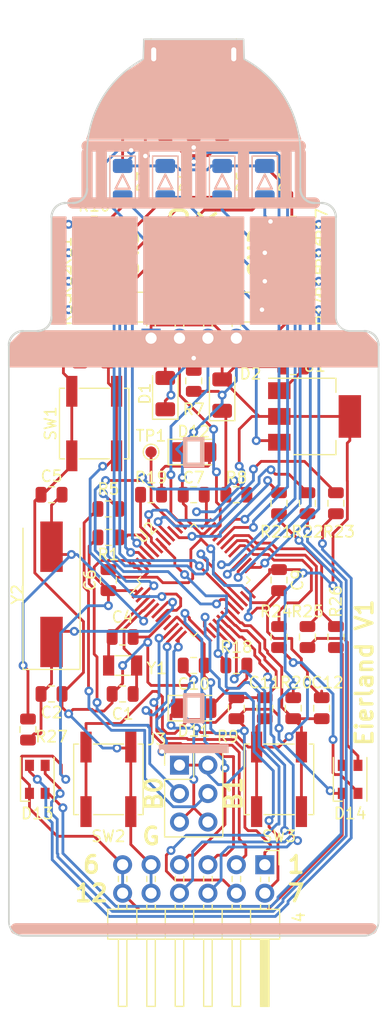
<source format=kicad_pcb>
(kicad_pcb (version 20171130) (host pcbnew 5.0.2-bee76a0~70~ubuntu18.04.1)
  (layers (0 F.Cu signal) (31 B.Cu signal) (34 B.Paste user) (35 F.Paste user) (36 B.SilkS user) (37 F.SilkS user) (38 B.Mask user) (39 F.Mask user) (44 Edge.Cuts user))
  (net 0 "")
  (net 1 SOSC2)
  (net 2 GND)
  (net 3 FOSC2)
  (net 4 NRST)
  (net 5 SOSC1)
  (net 6 FOSC1)
  (net 7 +3V3)
  (net 8 BUT0)
  (net 9 BUT1)
  (net 10 "Net-(D1-Pad1)")
  (net 11 "Net-(D2-Pad1)")
  (net 12 "Net-(D3-Pad2)")
  (net 13 "Net-(D4-Pad2)")
  (net 14 "Net-(D5-Pad2)")
  (net 15 "Net-(D6-Pad2)")
  (net 16 "Net-(D7-Pad2)")
  (net 17 "Net-(D8-Pad2)")
  (net 18 "Net-(D9-Pad2)")
  (net 19 "Net-(D10-Pad2)")
  (net 20 "Net-(D11-Pad2)")
  (net 21 "Net-(D12-Pad2)")
  (net 22 "Net-(D13-Pad4)")
  (net 23 "Net-(D13-Pad3)")
  (net 24 "Net-(D13-Pad2)")
  (net 25 "Net-(D14-Pad2)")
  (net 26 "Net-(D14-Pad3)")
  (net 27 "Net-(D14-Pad4)")
  (net 28 SWDIO)
  (net 29 SWDCLK)
  (net 30 "Net-(J2-Pad6)")
  (net 31 "Net-(J2-Pad2)")
  (net 32 VCC)
  (net 33 "Net-(J2-Pad3)")
  (net 34 "Net-(J3-Pad3)")
  (net 35 "Net-(J3-Pad4)")
  (net 36 PMOD1)
  (net 37 PMOD7)
  (net 38 PMOD2)
  (net 39 PMOD8)
  (net 40 PMOD3)
  (net 41 PMOD9)
  (net 42 PMOD4)
  (net 43 PMOD10)
  (net 44 BOOT0)
  (net 45 D+)
  (net 46 D-)
  (net 47 BOOT1)
  (net 48 LED)
  (net 49 LED0)
  (net 50 LED1)
  (net 51 LED2)
  (net 52 LED3)
  (net 53 LED4)
  (net 54 LED5)
  (net 55 LED6)
  (net 56 LED7)
  (net 57 LEDW0)
  (net 58 LEDW1)
  (net 59 R0)
  (net 60 G0)
  (net 61 B0)
  (net 62 R1)
  (net 63 G1)
  (net 64 B1)
  (net 65 "Net-(TP1-Pad1)")
  (module Package_QFP:LQFP-48_7x7mm_P0.5mm (layer F.Cu) (at 132.08 115.57 45)
    (fp_text reference U2 (at 0 -6 45) (layer F.SilkS))
    (fp_text value STM32F103C8Tx)
    (pad 1 smd rect (at -4.35 -2.75 45) (size 1.3 0.25) (layers F.Cu F.Paste F.Mask) (net 7 +3V3))
    (pad 2 smd rect (at -4.35 -2.25 45) (size 1.3 0.25) (layers F.Cu F.Paste F.Mask) (net 48 LED))
    (pad 3 smd rect (at -4.35 -1.749999 45) (size 1.3 0.25) (layers F.Cu F.Paste F.Mask) (net 5 SOSC1))
    (pad 4 smd rect (at -4.35 -1.25 45) (size 1.3 0.25) (layers F.Cu F.Paste F.Mask) (net 1 SOSC2))
    (pad 5 smd rect (at -4.35 -0.750001 45) (size 1.3 0.25) (layers F.Cu F.Paste F.Mask) (net 6 FOSC1))
    (pad 6 smd rect (at -4.35 -0.25 45) (size 1.3 0.25) (layers F.Cu F.Paste F.Mask) (net 3 FOSC2))
    (pad 7 smd rect (at -4.35 0.25 45) (size 1.3 0.25) (layers F.Cu F.Paste F.Mask) (net 4 NRST))
    (pad 8 smd rect (at -4.35 0.750001 45) (size 1.3 0.25) (layers F.Cu F.Paste F.Mask) (net 2 GND))
    (pad 9 smd rect (at -4.35 1.25 45) (size 1.3 0.25) (layers F.Cu F.Paste F.Mask) (net 7 +3V3))
    (pad 10 smd rect (at -4.35 1.749999 45) (size 1.3 0.25) (layers F.Cu F.Paste F.Mask) (net 36 PMOD1))
    (pad 11 smd rect (at -4.35 2.25 45) (size 1.3 0.25) (layers F.Cu F.Paste F.Mask) (net 38 PMOD2))
    (pad 12 smd rect (at -4.35 2.75 45) (size 1.3 0.25) (layers F.Cu F.Paste F.Mask) (net 40 PMOD3))
    (pad 13 smd rect (at -2.75 4.35 135) (size 1.3 0.25) (layers F.Cu F.Paste F.Mask) (net 42 PMOD4))
    (pad 14 smd rect (at -2.25 4.35 135) (size 1.3 0.25) (layers F.Cu F.Paste F.Mask) (net 37 PMOD7))
    (pad 15 smd rect (at -1.749999 4.35 135) (size 1.3 0.25) (layers F.Cu F.Paste F.Mask) (net 39 PMOD8))
    (pad 16 smd rect (at -1.25 4.35 135) (size 1.3 0.25) (layers F.Cu F.Paste F.Mask) (net 41 PMOD9))
    (pad 17 smd rect (at -0.750001 4.35 135) (size 1.3 0.25) (layers F.Cu F.Paste F.Mask) (net 43 PMOD10))
    (pad 18 smd rect (at -0.25 4.35 135) (size 1.3 0.25) (layers F.Cu F.Paste F.Mask) (net 8 BUT0))
    (pad 19 smd rect (at 0.25 4.35 135) (size 1.3 0.25) (layers F.Cu F.Paste F.Mask) (net 9 BUT1))
    (pad 20 smd rect (at 0.750001 4.35 135) (size 1.3 0.25) (layers F.Cu F.Paste F.Mask) (net 47 BOOT1))
    (pad 21 smd rect (at 1.25 4.35 135) (size 1.3 0.25) (layers F.Cu F.Paste F.Mask) (net 51 LED2))
    (pad 22 smd rect (at 1.749999 4.35 135) (size 1.3 0.25) (layers F.Cu F.Paste F.Mask) (net 52 LED3))
    (pad 23 smd rect (at 2.25 4.35 135) (size 1.3 0.25) (layers F.Cu F.Paste F.Mask) (net 2 GND))
    (pad 24 smd rect (at 2.75 4.35 135) (size 1.3 0.25) (layers F.Cu F.Paste F.Mask) (net 7 +3V3))
    (pad 25 smd rect (at 4.35 2.75 45) (size 1.3 0.25) (layers F.Cu F.Paste F.Mask) (net 53 LED4))
    (pad 26 smd rect (at 4.35 2.25 45) (size 1.3 0.25) (layers F.Cu F.Paste F.Mask) (net 54 LED5))
    (pad 27 smd rect (at 4.35 1.749999 45) (size 1.3 0.25) (layers F.Cu F.Paste F.Mask) (net 55 LED6))
    (pad 28 smd rect (at 4.35 1.25 45) (size 1.3 0.25) (layers F.Cu F.Paste F.Mask) (net 56 LED7))
    (pad 29 smd rect (at 4.35 0.750001 45) (size 1.3 0.25) (layers F.Cu F.Paste F.Mask) (net 62 R1))
    (pad 30 smd rect (at 4.35 0.25 45) (size 1.3 0.25) (layers F.Cu F.Paste F.Mask) (net 63 G1))
    (pad 31 smd rect (at 4.35 -0.25 45) (size 1.3 0.25) (layers F.Cu F.Paste F.Mask) (net 64 B1))
    (pad 32 smd rect (at 4.35 -0.750001 45) (size 1.3 0.25) (layers F.Cu F.Paste F.Mask) (net 46 D-))
    (pad 33 smd rect (at 4.35 -1.25 45) (size 1.3 0.25) (layers F.Cu F.Paste F.Mask) (net 45 D+))
    (pad 34 smd rect (at 4.35 -1.749999 45) (size 1.3 0.25) (layers F.Cu F.Paste F.Mask) (net 28 SWDIO))
    (pad 35 smd rect (at 4.35 -2.25 45) (size 1.3 0.25) (layers F.Cu F.Paste F.Mask) (net 2 GND))
    (pad 36 smd rect (at 4.35 -2.75 45) (size 1.3 0.25) (layers F.Cu F.Paste F.Mask) (net 7 +3V3))
    (pad 37 smd rect (at 2.75 -4.35 135) (size 1.3 0.25) (layers F.Cu F.Paste F.Mask) (net 29 SWDCLK))
    (pad 38 smd rect (at 2.25 -4.35 135) (size 1.3 0.25) (layers F.Cu F.Paste F.Mask) (net 65 "Net-(TP1-Pad1)"))
    (pad 39 smd rect (at 1.749999 -4.35 135) (size 1.3 0.25) (layers F.Cu F.Paste F.Mask) (net 59 R0))
    (pad 40 smd rect (at 1.25 -4.35 135) (size 1.3 0.25) (layers F.Cu F.Paste F.Mask) (net 60 G0))
    (pad 41 smd rect (at 0.750001 -4.35 135) (size 1.3 0.25) (layers F.Cu F.Paste F.Mask) (net 61 B0))
    (pad 42 smd rect (at 0.25 -4.35 135) (size 1.3 0.25) (layers F.Cu F.Paste F.Mask) (net 57 LEDW0))
    (pad 43 smd rect (at -0.25 -4.35 135) (size 1.3 0.25) (layers F.Cu F.Paste F.Mask) (net 58 LEDW1))
    (pad 44 smd rect (at -0.750001 -4.35 135) (size 1.3 0.25) (layers F.Cu F.Paste F.Mask) (net 44 BOOT0))
    (pad 45 smd rect (at -1.25 -4.35 135) (size 1.3 0.25) (layers F.Cu F.Paste F.Mask) (net 49 LED0))
    (pad 46 smd rect (at -1.749999 -4.35 135) (size 1.3 0.25) (layers F.Cu F.Paste F.Mask) (net 50 LED1))
    (pad 47 smd rect (at -2.25 -4.35 135) (size 1.3 0.25) (layers F.Cu F.Paste F.Mask) (net 2 GND))
    (pad 48 smd rect (at -2.75 -4.35 135) (size 1.3 0.25) (layers F.Cu F.Paste F.Mask) (net 7 +3V3))
  )
  (module Capacitor_SMD:C_0805_2012Metric (layer F.Cu) (at 125.73 125.73)
    (fp_text reference C1 (at 0 1.778) (layer F.SilkS))
    (fp_text value 20p)
    (pad 2 smd roundrect (at 0.9375 0) (size 0.975 1.4) (layers F.Cu F.Paste F.Mask) (net 1 SOSC2))
    (pad 1 smd roundrect (at -0.9375 0) (size 0.975 1.4) (layers F.Cu F.Paste F.Mask) (net 2 GND))
  )
  (module Capacitor_SMD:C_0805_2012Metric (layer F.Cu) (at 119.38 125.73 180)
    (fp_text reference C2 (at 0 -1.65 180) (layer F.SilkS))
    (fp_text value 20p)
    (pad 1 smd roundrect (at -0.9375 0 180) (size 0.975 1.4) (layers F.Cu F.Paste F.Mask) (net 2 GND))
    (pad 2 smd roundrect (at 0.9375 0 180) (size 0.975 1.4) (layers F.Cu F.Paste F.Mask) (net 3 FOSC2))
  )
  (module Capacitor_SMD:C_0805_2012Metric (layer F.Cu) (at 121.92 95.25 90)
    (fp_text reference C3 (at 0 -1.65 90) (layer F.SilkS))
    (fp_text value 105)
    (pad 1 smd roundrect (at -0.9375 0 90) (size 0.975 1.4) (layers F.Cu F.Paste F.Mask) (net 4 NRST))
    (pad 2 smd roundrect (at 0.9375 0 90) (size 0.975 1.4) (layers F.Cu F.Paste F.Mask) (net 2 GND))
  )
  (module Capacitor_SMD:C_0805_2012Metric (layer F.Cu) (at 125.73 120.65 180)
    (fp_text reference C4 (at 0 1.778 180) (layer F.SilkS))
    (fp_text value 20p)
    (pad 2 smd roundrect (at 0.9375 0 180) (size 0.975 1.4) (layers F.Cu F.Paste F.Mask) (net 5 SOSC1))
    (pad 1 smd roundrect (at -0.9375 0 180) (size 0.975 1.4) (layers F.Cu F.Paste F.Mask) (net 2 GND))
  )
  (module Capacitor_SMD:C_0805_2012Metric (layer F.Cu) (at 119.38 107.95)
    (fp_text reference C5 (at 0 -1.65) (layer F.SilkS))
    (fp_text value 20p)
    (pad 2 smd roundrect (at 0.9375 0) (size 0.975 1.4) (layers F.Cu F.Paste F.Mask) (net 6 FOSC1))
    (pad 1 smd roundrect (at -0.9375 0) (size 0.975 1.4) (layers F.Cu F.Paste F.Mask) (net 2 GND))
  )
  (module Capacitor_SMD:C_0805_2012Metric (layer F.Cu) (at 124.46 115.57 90)
    (fp_text reference C6 (at 0 -1.65 90) (layer F.SilkS))
    (fp_text value 104)
    (pad 1 smd roundrect (at -0.9375 0 90) (size 0.975 1.4) (layers F.Cu F.Paste F.Mask) (net 7 +3V3))
    (pad 2 smd roundrect (at 0.9375 0 90) (size 0.975 1.4) (layers F.Cu F.Paste F.Mask) (net 2 GND))
  )
  (module Capacitor_SMD:C_0805_2012Metric (layer F.Cu) (at 132.08 107.95 180)
    (fp_text reference C7 (at 0 1.524 180) (layer F.SilkS))
    (fp_text value 104)
    (pad 2 smd roundrect (at 0.9375 0 180) (size 0.975 1.4) (layers F.Cu F.Paste F.Mask) (net 2 GND))
    (pad 1 smd roundrect (at -0.9375 0 180) (size 0.975 1.4) (layers F.Cu F.Paste F.Mask) (net 7 +3V3))
  )
  (module Capacitor_SMD:C_0805_2012Metric (layer F.Cu) (at 140.97 96.52)
    (fp_text reference C8 (at 0 -1.65) (layer F.SilkS))
    (fp_text value 104)
    (pad 2 smd roundrect (at 0.9375 0) (size 0.975 1.4) (layers F.Cu F.Paste F.Mask) (net 2 GND))
    (pad 1 smd roundrect (at -0.9375 0) (size 0.975 1.4) (layers F.Cu F.Paste F.Mask) (net 7 +3V3))
  )
  (module Capacitor_SMD:C_0805_2012Metric (layer F.Cu) (at 139.7 115.57 270)
    (fp_text reference C9 (at 0 -1.65 270) (layer F.SilkS))
    (fp_text value 104)
    (pad 1 smd roundrect (at -0.9375 0 270) (size 0.975 1.4) (layers F.Cu F.Paste F.Mask) (net 7 +3V3))
    (pad 2 smd roundrect (at 0.9375 0 270) (size 0.975 1.4) (layers F.Cu F.Paste F.Mask) (net 2 GND))
  )
  (module Capacitor_SMD:C_0805_2012Metric (layer F.Cu) (at 132.08 123.19 180)
    (fp_text reference C10 (at 0 -1.65 180) (layer F.SilkS))
    (fp_text value 104)
    (pad 2 smd roundrect (at 0.9375 0 180) (size 0.975 1.4) (layers F.Cu F.Paste F.Mask) (net 2 GND))
    (pad 1 smd roundrect (at -0.9375 0 180) (size 0.975 1.4) (layers F.Cu F.Paste F.Mask) (net 7 +3V3))
  )
  (module Capacitor_SMD:C_0805_2012Metric (layer F.Cu) (at 138.43 127 270)
    (fp_text reference C11 (at -2.286 0) (layer F.SilkS))
    (fp_text value 105)
    (pad 1 smd roundrect (at -0.9375 0 270) (size 0.975 1.4) (layers F.Cu F.Paste F.Mask) (net 8 BUT0))
    (pad 2 smd roundrect (at 0.9375 0 270) (size 0.975 1.4) (layers F.Cu F.Paste F.Mask) (net 2 GND))
  )
  (module Capacitor_SMD:C_0805_2012Metric (layer F.Cu) (at 143.51 127 90)
    (fp_text reference C12 (at 2.286 0.508 180) (layer F.SilkS))
    (fp_text value 105)
    (pad 1 smd roundrect (at -0.9375 0 90) (size 0.975 1.4) (layers F.Cu F.Paste F.Mask) (net 9 BUT1))
    (pad 2 smd roundrect (at 0.9375 0 90) (size 0.975 1.4) (layers F.Cu F.Paste F.Mask) (net 2 GND))
  )
  (module LED_SMD:LED_1206_3216Metric (layer F.Cu) (at 129.54 98.93 90)
    (fp_text reference D1 (at 0 -1.82 90) (layer F.SilkS))
    (fp_text value LED)
    (pad 1 smd roundrect (at -1.4 0 90) (size 1.25 1.75) (layers F.Cu F.Paste F.Mask) (roundrect_rratio 0.2) (net 10 "Net-(D1-Pad1)"))
    (pad 2 smd roundrect (at 1.4 0 90) (size 1.25 1.75) (layers F.Cu F.Paste F.Mask) (roundrect_rratio 0.2) (net 7 +3V3))
  )
  (module LED_SMD:LED_1206_3216Metric (layer F.Cu) (at 134.62 99.06 90)
    (fp_text reference D2 (at 1.905 2.54 180) (layer F.SilkS))
    (fp_text value LED)
    (pad 2 smd roundrect (at 1.4 0 90) (size 1.25 1.75) (layers F.Cu F.Paste F.Mask) (roundrect_rratio 0.2) (net 7 +3V3))
    (pad 1 smd roundrect (at -1.4 0 90) (size 1.25 1.75) (layers F.Cu F.Paste F.Mask) (roundrect_rratio 0.2) (net 11 "Net-(D2-Pad1)"))
  )
  (module LED_SMD:LED_1206_3216Metric (layer F.Cu) (at 125.73 80.01 270)
    (fp_text reference D3 (at 0 -1.82 270) (layer F.SilkS))
    (fp_text value LED)
    (pad 2 smd roundrect (at 1.4 0 270) (size 1.25 1.75) (layers F.Cu F.Paste F.Mask) (roundrect_rratio 0.2) (net 12 "Net-(D3-Pad2)"))
    (pad 1 smd roundrect (at -1.4 0 270) (size 1.25 1.75) (layers F.Cu F.Paste F.Mask) (roundrect_rratio 0.2) (net 2 GND))
  )
  (module LED_SMD:LED_1206_3216Metric (layer F.Cu) (at 129.54 80.01 270)
    (fp_text reference D4 (at 0 -1.82 270) (layer F.SilkS))
    (fp_text value LED)
    (pad 1 smd roundrect (at -1.4 0 270) (size 1.25 1.75) (layers F.Cu F.Paste F.Mask) (roundrect_rratio 0.2) (net 2 GND))
    (pad 2 smd roundrect (at 1.4 0 270) (size 1.25 1.75) (layers F.Cu F.Paste F.Mask) (roundrect_rratio 0.2) (net 13 "Net-(D4-Pad2)"))
  )
  (module LED_SMD:LED_1206_3216Metric (layer F.Cu) (at 134.62 80.01 270)
    (fp_text reference D5 (at 0 -1.82 270) (layer F.SilkS))
    (fp_text value LED)
    (pad 1 smd roundrect (at -1.4 0 270) (size 1.25 1.75) (layers F.Cu F.Paste F.Mask) (roundrect_rratio 0.2) (net 2 GND))
    (pad 2 smd roundrect (at 1.4 0 270) (size 1.25 1.75) (layers F.Cu F.Paste F.Mask) (roundrect_rratio 0.2) (net 14 "Net-(D5-Pad2)"))
  )
  (module LED_SMD:LED_1206_3216Metric (layer F.Cu) (at 138.43 80.01 270)
    (fp_text reference D6 (at 0 -1.82 270) (layer F.SilkS))
    (fp_text value LED)
    (pad 2 smd roundrect (at 1.4 0 270) (size 1.25 1.75) (layers F.Cu F.Paste F.Mask) (roundrect_rratio 0.2) (net 15 "Net-(D6-Pad2)"))
    (pad 1 smd roundrect (at -1.4 0 270) (size 1.25 1.75) (layers F.Cu F.Paste F.Mask) (roundrect_rratio 0.2) (net 2 GND))
  )
  (module LED_SMD:LED_1206_3216Metric (layer B.Cu) (at 125.73 80.01 270)
    (fp_text reference D7 hide)
    (fp_text value LED)
    (pad 1 smd roundrect (at -1.4 0 270) (size 1.25 1.75) (layers B.Cu B.Paste B.Mask) (roundrect_rratio 0.2) (net 2 GND))
    (pad 2 smd roundrect (at 1.4 0 270) (size 1.25 1.75) (layers B.Cu B.Paste B.Mask) (roundrect_rratio 0.2) (net 16 "Net-(D7-Pad2)"))
  )
  (module LED_SMD:LED_1206_3216Metric (layer B.Cu) (at 129.54 80.01 270)
    (fp_text reference D8 hide)
    (fp_text value LED)
    (pad 2 smd roundrect (at 1.4 0 270) (size 1.25 1.75) (layers B.Cu B.Paste B.Mask) (roundrect_rratio 0.2) (net 17 "Net-(D8-Pad2)"))
    (pad 1 smd roundrect (at -1.4 0 270) (size 1.25 1.75) (layers B.Cu B.Paste B.Mask) (roundrect_rratio 0.2) (net 2 GND))
  )
  (module LED_SMD:LED_1206_3216Metric (layer B.Cu) (at 134.62 80.01 270)
    (fp_text reference D9 hide)
    (fp_text value LED)
    (pad 2 smd roundrect (at 1.4 0 270) (size 1.25 1.75) (layers B.Cu B.Paste B.Mask) (roundrect_rratio 0.2) (net 18 "Net-(D9-Pad2)"))
    (pad 1 smd roundrect (at -1.4 0 270) (size 1.25 1.75) (layers B.Cu B.Paste B.Mask) (roundrect_rratio 0.2) (net 2 GND))
  )
  (module LED_SMD:LED_1206_3216Metric (layer B.Cu) (at 138.43 80.01 270)
    (fp_text reference D10 hide)
    (fp_text value LED)
    (pad 1 smd roundrect (at -1.4 0 270) (size 1.25 1.75) (layers B.Cu B.Paste B.Mask) (roundrect_rratio 0.2) (net 2 GND))
    (pad 2 smd roundrect (at 1.4 0 270) (size 1.25 1.75) (layers B.Cu B.Paste B.Mask) (roundrect_rratio 0.2) (net 19 "Net-(D10-Pad2)"))
  )
  (module LED_SMD:LED_1206_3216Metric (layer F.Cu) (at 132.08 127)
    (fp_text reference D11 (at 0 2.032) (layer F.SilkS))
    (fp_text value LED)
    (pad 1 smd roundrect (at -1.4 0) (size 1.25 1.75) (layers F.Cu F.Paste F.Mask) (roundrect_rratio 0.2) (net 2 GND))
    (pad 2 smd roundrect (at 1.4 0) (size 1.25 1.75) (layers F.Cu F.Paste F.Mask) (roundrect_rratio 0.2) (net 20 "Net-(D11-Pad2)"))
  )
  (module LED_SMD:LED_1206_3216Metric (layer F.Cu) (at 132.08 104.14)
    (fp_text reference D12 (at 0 -1.82) (layer F.SilkS))
    (fp_text value LED)
    (pad 2 smd roundrect (at 1.4 0) (size 1.25 1.75) (layers F.Cu F.Paste F.Mask) (roundrect_rratio 0.2) (net 21 "Net-(D12-Pad2)"))
    (pad 1 smd roundrect (at -1.4 0) (size 1.25 1.75) (layers F.Cu F.Paste F.Mask) (roundrect_rratio 0.2) (net 2 GND))
  )
  (module LED_SMD:LED_Cree-PLCC4_3.2x2.8mm_CCW (layer F.Cu) (at 118.11 133.35 90)
    (fp_text reference D13 (at -3.048 0 180) (layer F.SilkS))
    (fp_text value LED_ARGB)
    (pad 1 smd rect (at -1.25 -0.7 90) (size 1 0.8) (layers F.Cu F.Paste F.Mask) (net 7 +3V3))
    (pad 4 smd rect (at 1.25 -0.7 90) (size 1 0.8) (layers F.Cu F.Paste F.Mask) (net 22 "Net-(D13-Pad4)"))
    (pad 3 smd rect (at 1.25 0.7 90) (size 1 0.8) (layers F.Cu F.Paste F.Mask) (net 23 "Net-(D13-Pad3)"))
    (pad 2 smd rect (at -1.25 0.7 90) (size 1 0.8) (layers F.Cu F.Paste F.Mask) (net 24 "Net-(D13-Pad2)"))
  )
  (module LED_SMD:LED_Cree-PLCC4_3.2x2.8mm_CCW (layer F.Cu) (at 146.05 133.35 90)
    (fp_text reference D14 (at -3.048 0 180) (layer F.SilkS))
    (fp_text value LED_ARGB)
    (pad 2 smd rect (at -1.25 0.7 90) (size 1 0.8) (layers F.Cu F.Paste F.Mask) (net 25 "Net-(D14-Pad2)"))
    (pad 3 smd rect (at 1.25 0.7 90) (size 1 0.8) (layers F.Cu F.Paste F.Mask) (net 26 "Net-(D14-Pad3)"))
    (pad 4 smd rect (at 1.25 -0.7 90) (size 1 0.8) (layers F.Cu F.Paste F.Mask) (net 27 "Net-(D14-Pad4)"))
    (pad 1 smd rect (at -1.25 -0.7 90) (size 1 0.8) (layers F.Cu F.Paste F.Mask) (net 7 +3V3))
  )
  (module Connector_PinHeader_2.54mm:PinHeader_1x04_P2.54mm_Horizontal (layer F.Cu) (at 128.27 93.98 90)
    (fp_text reference J1 (at 4.385 -2.27 90) (layer F.SilkS))
    (fp_text value SWD)
    (pad 1 thru_hole rect (at 0 0 90) (size 1.7 1.7) (drill 1) (layers *.Cu *.Mask) (net 7 +3V3))
    (pad 2 thru_hole oval (at 0 2.54 90) (size 1.7 1.7) (drill 1) (layers *.Cu *.Mask) (net 28 SWDIO))
    (pad 3 thru_hole oval (at 0 5.08 90) (size 1.7 1.7) (drill 1) (layers *.Cu *.Mask) (net 29 SWDCLK))
    (pad 4 thru_hole oval (at 0 7.62 90) (size 1.7 1.7) (drill 1) (layers *.Cu *.Mask) (net 2 GND))
  )
  (module Connector_USB:USB_Micro-B_GCT_USB3076-30-A (layer F.Cu) (at 132.08 69.85 180)
    (fp_text reference J2 (at -5.08 -1.905 180) (layer F.SilkS))
    (fp_text value USB_B_Micro)
    (pad 6 smd rect (at 1.125 1.2 180) (size 1.75 1.9) (layers F.Cu F.Paste F.Mask) (net 30 "Net-(J2-Pad6)"))
    (pad 2 smd rect (at -0.65 -1.45 180) (size 0.4 1.4) (layers F.Cu F.Paste F.Mask) (net 31 "Net-(J2-Pad2)"))
    (pad 1 smd rect (at -1.3 -1.45 180) (size 0.4 1.4) (layers F.Cu F.Paste F.Mask) (net 32 VCC))
    (pad 5 smd rect (at 1.3 -1.45 180) (size 0.4 1.4) (layers F.Cu F.Paste F.Mask) (net 2 GND))
    (pad 4 smd rect (at 0.65 -1.45 180) (size 0.4 1.4) (layers F.Cu F.Paste F.Mask) (net 2 GND))
    (pad 3 smd rect (at 0 -1.45 180) (size 0.4 1.4) (layers F.Cu F.Paste F.Mask) (net 33 "Net-(J2-Pad3)"))
    (pad 6 smd rect (at -1.125 1.2 180) (size 1.75 1.9) (layers F.Cu F.Paste F.Mask) (net 30 "Net-(J2-Pad6)"))
    (pad 6 thru_hole oval (at -3.575 1.2) (size 1.05 1.9) (drill oval 0.45 1.25) (layers *.Cu *.Mask) (net 30 "Net-(J2-Pad6)"))
    (pad 6 thru_hole oval (at 3.575 1.2 180) (size 1.05 1.9) (drill oval 0.45 1.25) (layers *.Cu *.Mask) (net 30 "Net-(J2-Pad6)"))
    (pad 6 smd rect (at 2.32 -1.03 180) (size 1.15 1.45) (layers F.Cu F.Paste F.Mask) (net 30 "Net-(J2-Pad6)"))
    (pad 6 smd rect (at -2.32 -1.03 180) (size 1.15 1.45) (layers F.Cu F.Paste F.Mask) (net 30 "Net-(J2-Pad6)"))
  )
  (module Connector_PinHeader_2.54mm:PinHeader_2x03_P2.54mm_Vertical (layer F.Cu) (at 130.81 132.08)
    (fp_text reference J3 (at -2.032 -2.286) (layer F.SilkS))
    (fp_text value Conn_02x03_Odd_Even)
    (pad 1 thru_hole rect (at 0 0) (size 1.7 1.7) (drill 1) (layers *.Cu *.Mask) (net 7 +3V3))
    (pad 2 thru_hole oval (at 2.54 0) (size 1.7 1.7) (drill 1) (layers *.Cu *.Mask) (net 7 +3V3))
    (pad 3 thru_hole oval (at 0 2.54) (size 1.7 1.7) (drill 1) (layers *.Cu *.Mask) (net 34 "Net-(J3-Pad3)"))
    (pad 4 thru_hole oval (at 2.54 2.54) (size 1.7 1.7) (drill 1) (layers *.Cu *.Mask) (net 35 "Net-(J3-Pad4)"))
    (pad 5 thru_hole oval (at 0 5.08) (size 1.7 1.7) (drill 1) (layers *.Cu *.Mask) (net 2 GND))
    (pad 6 thru_hole oval (at 2.54 5.08) (size 1.7 1.7) (drill 1) (layers *.Cu *.Mask) (net 2 GND))
  )
  (module Connector_PinHeader_2.54mm:PinHeader_2x06_P2.54mm_Horizontal (layer F.Cu) (at 138.43 140.97 270)
    (fp_text reference J4 (at 5.08 -3.048 270) (layer F.SilkS))
    (fp_text value Conn_02x06_Odd_Even)
    (pad 1 thru_hole rect (at 0 0 270) (size 1.7 1.7) (drill 1) (layers *.Cu *.Mask) (net 36 PMOD1))
    (pad 2 thru_hole oval (at 2.54 0 270) (size 1.7 1.7) (drill 1) (layers *.Cu *.Mask) (net 37 PMOD7))
    (pad 3 thru_hole oval (at 0 2.54 270) (size 1.7 1.7) (drill 1) (layers *.Cu *.Mask) (net 38 PMOD2))
    (pad 4 thru_hole oval (at 2.54 2.54 270) (size 1.7 1.7) (drill 1) (layers *.Cu *.Mask) (net 39 PMOD8))
    (pad 5 thru_hole oval (at 0 5.08 270) (size 1.7 1.7) (drill 1) (layers *.Cu *.Mask) (net 40 PMOD3))
    (pad 6 thru_hole oval (at 2.54 5.08 270) (size 1.7 1.7) (drill 1) (layers *.Cu *.Mask) (net 41 PMOD9))
    (pad 7 thru_hole oval (at 0 7.62 270) (size 1.7 1.7) (drill 1) (layers *.Cu *.Mask) (net 42 PMOD4))
    (pad 8 thru_hole oval (at 2.54 7.62 270) (size 1.7 1.7) (drill 1) (layers *.Cu *.Mask) (net 43 PMOD10))
    (pad 9 thru_hole oval (at 0 10.16 270) (size 1.7 1.7) (drill 1) (layers *.Cu *.Mask) (net 2 GND))
    (pad 10 thru_hole oval (at 2.54 10.16 270) (size 1.7 1.7) (drill 1) (layers *.Cu *.Mask) (net 2 GND))
    (pad 11 thru_hole oval (at 0 12.7 270) (size 1.7 1.7) (drill 1) (layers *.Cu *.Mask) (net 7 +3V3))
    (pad 12 thru_hole oval (at 2.54 12.7 270) (size 1.7 1.7) (drill 1) (layers *.Cu *.Mask) (net 7 +3V3))
  )
  (module Resistor_SMD:R_0805_2012Metric (layer F.Cu) (at 124.46 111.76)
    (fp_text reference R1 (at 0 1.524) (layer F.SilkS))
    (fp_text value 100K)
    (pad 2 smd roundrect (at 0.9375 0) (size 0.975 1.4) (layers F.Cu F.Paste F.Mask) (net 44 BOOT0))
    (pad 1 smd roundrect (at -0.9375 0) (size 0.975 1.4) (layers F.Cu F.Paste F.Mask) (net 34 "Net-(J3-Pad3)"))
  )
  (module Resistor_SMD:R_0805_2012Metric (layer F.Cu) (at 124.46 95.25 270)
    (fp_text reference R2 (at 0 -1.65 270) (layer F.SilkS))
    (fp_text value 10K)
    (pad 2 smd roundrect (at 0.9375 0 270) (size 0.975 1.4) (layers F.Cu F.Paste F.Mask) (net 4 NRST))
    (pad 1 smd roundrect (at -0.9375 0 270) (size 0.975 1.4) (layers F.Cu F.Paste F.Mask) (net 7 +3V3))
  )
  (module Resistor_SMD:R_0805_2012Metric (layer F.Cu) (at 129.54 74.93 90)
    (fp_text reference R3 (at 0 -1.65 90) (layer F.SilkS))
    (fp_text value 20R)
    (pad 2 smd roundrect (at 0.9375 0 90) (size 0.975 1.4) (layers F.Cu F.Paste F.Mask) (net 33 "Net-(J2-Pad3)"))
    (pad 1 smd roundrect (at -0.9375 0 90) (size 0.975 1.4) (layers F.Cu F.Paste F.Mask) (net 45 D+))
  )
  (module Resistor_SMD:R_0805_2012Metric (layer F.Cu) (at 132.08 74.93 90)
    (fp_text reference R4 (at -2.54 0 180) (layer F.SilkS))
    (fp_text value 20R)
    (pad 1 smd roundrect (at -0.9375 0 90) (size 0.975 1.4) (layers F.Cu F.Paste F.Mask) (net 46 D-))
    (pad 2 smd roundrect (at 0.9375 0 90) (size 0.975 1.4) (layers F.Cu F.Paste F.Mask) (net 31 "Net-(J2-Pad2)"))
  )
  (module Resistor_SMD:R_0805_2012Metric (layer F.Cu) (at 124.46 109.22 180)
    (fp_text reference R5 (at 0 1.778 180) (layer F.SilkS))
    (fp_text value 100K)
    (pad 1 smd roundrect (at -0.9375 0 180) (size 0.975 1.4) (layers F.Cu F.Paste F.Mask) (net 47 BOOT1))
    (pad 2 smd roundrect (at 0.9375 0 180) (size 0.975 1.4) (layers F.Cu F.Paste F.Mask) (net 35 "Net-(J3-Pad4)"))
  )
  (module Resistor_SMD:R_0805_2012Metric (layer F.Cu) (at 134.62 74.93 270)
    (fp_text reference R6 (at 0 -1.65 270) (layer F.SilkS))
    (fp_text value 4.7K)
    (pad 2 smd roundrect (at 0.9375 0 270) (size 0.975 1.4) (layers F.Cu F.Paste F.Mask) (net 45 D+))
    (pad 1 smd roundrect (at -0.9375 0 270) (size 0.975 1.4) (layers F.Cu F.Paste F.Mask) (net 32 VCC))
  )
  (module Resistor_SMD:R_0805_2012Metric (layer F.Cu) (at 132.08 97.79 90)
    (fp_text reference R7 (at -2.54 0 180) (layer F.SilkS))
    (fp_text value 390R)
    (pad 1 smd roundrect (at -0.9375 0 90) (size 0.975 1.4) (layers F.Cu F.Paste F.Mask) (net 2 GND))
    (pad 2 smd roundrect (at 0.9375 0 90) (size 0.975 1.4) (layers F.Cu F.Paste F.Mask) (net 10 "Net-(D1-Pad1)"))
  )
  (module Resistor_SMD:R_0805_2012Metric (layer F.Cu) (at 135.89 107.95 180)
    (fp_text reference R8 (at 0 1.524 180) (layer F.SilkS))
    (fp_text value 390R)
    (pad 1 smd roundrect (at -0.9375 0 180) (size 0.975 1.4) (layers F.Cu F.Paste F.Mask) (net 48 LED))
    (pad 2 smd roundrect (at 0.9375 0 180) (size 0.975 1.4) (layers F.Cu F.Paste F.Mask) (net 11 "Net-(D2-Pad1)"))
  )
  (module Resistor_SMD:R_0805_2012Metric (layer F.Cu) (at 135.89 127 90)
    (fp_text reference R9 (at -2.54 -0.762 180) (layer F.SilkS))
    (fp_text value 10K)
    (pad 1 smd roundrect (at -0.9375 0 90) (size 0.975 1.4) (layers F.Cu F.Paste F.Mask) (net 7 +3V3))
    (pad 2 smd roundrect (at 0.9375 0 90) (size 0.975 1.4) (layers F.Cu F.Paste F.Mask) (net 8 BUT0))
  )
  (module Resistor_SMD:R_0805_2012Metric (layer F.Cu) (at 123.19 83.82)
    (fp_text reference R10 (at 0 -1.65) (layer F.SilkS))
    (fp_text value 390R)
    (pad 1 smd roundrect (at -0.9375 0) (size 0.975 1.4) (layers F.Cu F.Paste F.Mask) (net 49 LED0))
    (pad 2 smd roundrect (at 0.9375 0) (size 0.975 1.4) (layers F.Cu F.Paste F.Mask) (net 12 "Net-(D3-Pad2)"))
  )
  (module Resistor_SMD:R_0805_2012Metric (layer F.Cu) (at 123.19 86.36)
    (fp_text reference R11 (at -2.54 0 90) (layer F.SilkS))
    (fp_text value 390R)
    (pad 2 smd roundrect (at 0.9375 0) (size 0.975 1.4) (layers F.Cu F.Paste F.Mask) (net 13 "Net-(D4-Pad2)"))
    (pad 1 smd roundrect (at -0.9375 0) (size 0.975 1.4) (layers F.Cu F.Paste F.Mask) (net 50 LED1))
  )
  (module Resistor_SMD:R_0805_2012Metric (layer F.Cu) (at 123.19 88.9)
    (fp_text reference R12 (at -2.54 0 90) (layer F.SilkS))
    (fp_text value 390R)
    (pad 1 smd roundrect (at -0.9375 0) (size 0.975 1.4) (layers F.Cu F.Paste F.Mask) (net 51 LED2))
    (pad 2 smd roundrect (at 0.9375 0) (size 0.975 1.4) (layers F.Cu F.Paste F.Mask) (net 14 "Net-(D5-Pad2)"))
  )
  (module Resistor_SMD:R_0805_2012Metric (layer F.Cu) (at 123.19 91.44)
    (fp_text reference R13 (at -2.54 0 90) (layer F.SilkS))
    (fp_text value 390R)
    (pad 2 smd roundrect (at 0.9375 0) (size 0.975 1.4) (layers F.Cu F.Paste F.Mask) (net 15 "Net-(D6-Pad2)"))
    (pad 1 smd roundrect (at -0.9375 0) (size 0.975 1.4) (layers F.Cu F.Paste F.Mask) (net 52 LED3))
  )
  (module Resistor_SMD:R_0805_2012Metric (layer F.Cu) (at 140.97 91.44 180)
    (fp_text reference R14 (at -2.54 0 270) (layer F.SilkS))
    (fp_text value 390R)
    (pad 1 smd roundrect (at -0.9375 0 180) (size 0.975 1.4) (layers F.Cu F.Paste F.Mask) (net 53 LED4))
    (pad 2 smd roundrect (at 0.9375 0 180) (size 0.975 1.4) (layers F.Cu F.Paste F.Mask) (net 16 "Net-(D7-Pad2)"))
  )
  (module Resistor_SMD:R_0805_2012Metric (layer F.Cu) (at 140.97 88.9 180)
    (fp_text reference R15 (at -2.54 0 270) (layer F.SilkS))
    (fp_text value 390R)
    (pad 2 smd roundrect (at 0.9375 0 180) (size 0.975 1.4) (layers F.Cu F.Paste F.Mask) (net 17 "Net-(D8-Pad2)"))
    (pad 1 smd roundrect (at -0.9375 0 180) (size 0.975 1.4) (layers F.Cu F.Paste F.Mask) (net 54 LED5))
  )
  (module Resistor_SMD:R_0805_2012Metric (layer F.Cu) (at 140.97 86.36 180)
    (fp_text reference R16 (at -2.54 0 270) (layer F.SilkS))
    (fp_text value 390R)
    (pad 1 smd roundrect (at -0.9375 0 180) (size 0.975 1.4) (layers F.Cu F.Paste F.Mask) (net 55 LED6))
    (pad 2 smd roundrect (at 0.9375 0 180) (size 0.975 1.4) (layers F.Cu F.Paste F.Mask) (net 18 "Net-(D9-Pad2)"))
  )
  (module Resistor_SMD:R_0805_2012Metric (layer F.Cu) (at 140.97 83.82 180)
    (fp_text reference R17 (at -2.54 0 270) (layer F.SilkS))
    (fp_text value 390R)
    (pad 2 smd roundrect (at 0.9375 0 180) (size 0.975 1.4) (layers F.Cu F.Paste F.Mask) (net 19 "Net-(D10-Pad2)"))
    (pad 1 smd roundrect (at -0.9375 0 180) (size 0.975 1.4) (layers F.Cu F.Paste F.Mask) (net 56 LED7))
  )
  (module Resistor_SMD:R_0805_2012Metric (layer F.Cu) (at 135.89 123.19)
    (fp_text reference R18 (at 0 -1.65) (layer F.SilkS))
    (fp_text value 390R)
    (pad 1 smd roundrect (at -0.9375 0) (size 0.975 1.4) (layers F.Cu F.Paste F.Mask) (net 57 LEDW0))
    (pad 2 smd roundrect (at 0.9375 0) (size 0.975 1.4) (layers F.Cu F.Paste F.Mask) (net 20 "Net-(D11-Pad2)"))
  )
  (module Resistor_SMD:R_0805_2012Metric (layer F.Cu) (at 128.27 107.95)
    (fp_text reference R19 (at 0 -1.524) (layer F.SilkS))
    (fp_text value 390R)
    (pad 2 smd roundrect (at 0.9375 0) (size 0.975 1.4) (layers F.Cu F.Paste F.Mask) (net 21 "Net-(D12-Pad2)"))
    (pad 1 smd roundrect (at -0.9375 0) (size 0.975 1.4) (layers F.Cu F.Paste F.Mask) (net 58 LEDW1))
  )
  (module Resistor_SMD:R_0805_2012Metric (layer F.Cu) (at 140.97 127 270)
    (fp_text reference R20 (at -2.286 -0.254) (layer F.SilkS))
    (fp_text value 10K)
    (pad 2 smd roundrect (at 0.9375 0 270) (size 0.975 1.4) (layers F.Cu F.Paste F.Mask) (net 9 BUT1))
    (pad 1 smd roundrect (at -0.9375 0 270) (size 0.975 1.4) (layers F.Cu F.Paste F.Mask) (net 7 +3V3))
  )
  (module Resistor_SMD:R_0805_2012Metric (layer F.Cu) (at 139.7 108.712 90)
    (fp_text reference R21 (at -2.54 -0.254 180) (layer F.SilkS))
    (fp_text value 390R)
    (pad 1 smd roundrect (at -0.9375 0 90) (size 0.975 1.4) (layers F.Cu F.Paste F.Mask) (net 24 "Net-(D13-Pad2)"))
    (pad 2 smd roundrect (at 0.9375 0 90) (size 0.975 1.4) (layers F.Cu F.Paste F.Mask) (net 59 R0))
  )
  (module Resistor_SMD:R_0805_2012Metric (layer F.Cu) (at 142.24 108.712 90)
    (fp_text reference R22 (at -2.54 0 180) (layer F.SilkS))
    (fp_text value 390R)
    (pad 2 smd roundrect (at 0.9375 0 90) (size 0.975 1.4) (layers F.Cu F.Paste F.Mask) (net 60 G0))
    (pad 1 smd roundrect (at -0.9375 0 90) (size 0.975 1.4) (layers F.Cu F.Paste F.Mask) (net 23 "Net-(D13-Pad3)"))
  )
  (module Resistor_SMD:R_0805_2012Metric (layer F.Cu) (at 144.78 108.712 90)
    (fp_text reference R23 (at -2.54 0.254 180) (layer F.SilkS))
    (fp_text value 390R)
    (pad 1 smd roundrect (at -0.9375 0 90) (size 0.975 1.4) (layers F.Cu F.Paste F.Mask) (net 22 "Net-(D13-Pad4)"))
    (pad 2 smd roundrect (at 0.9375 0 90) (size 0.975 1.4) (layers F.Cu F.Paste F.Mask) (net 61 B0))
  )
  (module Resistor_SMD:R_0805_2012Metric (layer F.Cu) (at 139.7 120.65 90)
    (fp_text reference R24 (at 2.286 -0.254 180) (layer F.SilkS))
    (fp_text value 390R)
    (pad 2 smd roundrect (at 0.9375 0 90) (size 0.975 1.4) (layers F.Cu F.Paste F.Mask) (net 62 R1))
    (pad 1 smd roundrect (at -0.9375 0 90) (size 0.975 1.4) (layers F.Cu F.Paste F.Mask) (net 25 "Net-(D14-Pad2)"))
  )
  (module Resistor_SMD:R_0805_2012Metric (layer F.Cu) (at 142.24 120.65 90)
    (fp_text reference R25 (at 2.286 0 180) (layer F.SilkS))
    (fp_text value 390R)
    (pad 1 smd roundrect (at -0.9375 0 90) (size 0.975 1.4) (layers F.Cu F.Paste F.Mask) (net 26 "Net-(D14-Pad3)"))
    (pad 2 smd roundrect (at 0.9375 0 90) (size 0.975 1.4) (layers F.Cu F.Paste F.Mask) (net 63 G1))
  )
  (module Resistor_SMD:R_0805_2012Metric (layer F.Cu) (at 144.78 120.65 90)
    (fp_text reference R26 (at 3.175 0 270) (layer F.SilkS))
    (fp_text value 390R)
    (pad 2 smd roundrect (at 0.9375 0 90) (size 0.975 1.4) (layers F.Cu F.Paste F.Mask) (net 64 B1))
    (pad 1 smd roundrect (at -0.9375 0 90) (size 0.975 1.4) (layers F.Cu F.Paste F.Mask) (net 27 "Net-(D14-Pad4)"))
  )
  (module Button_Switch_SMD:SW_SPST_EVPBF (layer F.Cu) (at 123.19 101.6 90)
    (fp_text reference SW1 (at 0 -3.9 90) (layer F.SilkS))
    (fp_text value SW_Push)
    (pad 1 smd rect (at 2.88 -2 90) (size 2.75 1) (layers F.Cu F.Paste F.Mask) (net 2 GND))
    (pad 1 smd rect (at -2.88 -2 90) (size 2.75 1) (layers F.Cu F.Paste F.Mask) (net 2 GND))
    (pad 2 smd rect (at -2.88 2 90) (size 2.75 1) (layers F.Cu F.Paste F.Mask) (net 4 NRST))
    (pad 2 smd rect (at 2.88 2 90) (size 2.75 1) (layers F.Cu F.Paste F.Mask) (net 4 NRST))
  )
  (module Button_Switch_SMD:SW_SPST_EVPBF (layer F.Cu) (at 124.46 133.35 270)
    (fp_text reference SW2 (at 5.08 0) (layer F.SilkS))
    (fp_text value SW_Push)
    (pad 2 smd rect (at 2.88 2 270) (size 2.75 1) (layers F.Cu F.Paste F.Mask) (net 8 BUT0))
    (pad 2 smd rect (at -2.88 2 270) (size 2.75 1) (layers F.Cu F.Paste F.Mask) (net 8 BUT0))
    (pad 1 smd rect (at -2.88 -2 270) (size 2.75 1) (layers F.Cu F.Paste F.Mask) (net 2 GND))
    (pad 1 smd rect (at 2.88 -2 270) (size 2.75 1) (layers F.Cu F.Paste F.Mask) (net 2 GND))
  )
  (module Button_Switch_SMD:SW_SPST_EVPBF (layer F.Cu) (at 139.7 133.35 90)
    (fp_text reference SW3 (at -5.08 0 180) (layer F.SilkS))
    (fp_text value SW_Push)
    (pad 1 smd rect (at 2.88 -2 90) (size 2.75 1) (layers F.Cu F.Paste F.Mask) (net 2 GND))
    (pad 1 smd rect (at -2.88 -2 90) (size 2.75 1) (layers F.Cu F.Paste F.Mask) (net 2 GND))
    (pad 2 smd rect (at -2.88 2 90) (size 2.75 1) (layers F.Cu F.Paste F.Mask) (net 9 BUT1))
    (pad 2 smd rect (at 2.88 2 90) (size 2.75 1) (layers F.Cu F.Paste F.Mask) (net 9 BUT1))
  )
  (module TestPoint:TestPoint_Pad_D1.0mm (layer F.Cu) (at 128.27 104.14)
    (fp_text reference TP1 (at 0 -1.448) (layer F.SilkS))
    (fp_text value TestPoint)
    (pad 1 smd circle (at 0 0) (size 1 1) (layers F.Cu F.Mask) (net 65 "Net-(TP1-Pad1)"))
  )
  (module Crystal:Crystal_SMD_3215-2Pin_3.2x1.5mm (layer F.Cu) (at 125.73 123.19)
    (fp_text reference Y1 (at 3.048 0.254) (layer F.SilkS))
    (fp_text value 32.768K)
    (pad 1 smd rect (at 1.25 0) (size 1 1.8) (layers F.Cu F.Paste F.Mask) (net 1 SOSC2))
    (pad 2 smd rect (at -1.25 0) (size 1 1.8) (layers F.Cu F.Paste F.Mask) (net 5 SOSC1))
  )
  (module Crystal:Crystal_SMD_HC49-SD (layer F.Cu) (at 119.38 116.84 90)
    (fp_text reference Y2 (at 0 -3.048 90) (layer F.SilkS))
    (fp_text value 8MHz)
    (pad 1 smd rect (at -4.25 0 90) (size 4.5 2) (layers F.Cu F.Paste F.Mask) (net 3 FOSC2))
    (pad 2 smd rect (at 4.25 0 90) (size 4.5 2) (layers F.Cu F.Paste F.Mask) (net 6 FOSC1))
  )
  (module Resistor_SMD:R_0805_2012Metric (layer F.Cu) (at 117.275001 128.905 270)
    (fp_text reference R27 (at 0.635 -2.104999) (layer F.SilkS))
    (fp_text value 1M)
    (pad 1 smd roundrect (at -0.9375 0 270) (size 0.975 1.4) (layers F.Cu F.Paste F.Mask) (net 6 FOSC1))
    (pad 2 smd roundrect (at 0.9375 0 270) (size 0.975 1.4) (layers F.Cu F.Paste F.Mask) (net 3 FOSC2))
  )
  (module Package_TO_SOT_SMD:SOT-223-3_TabPin2 (layer F.Cu) (at 142.875 100.965)
    (fp_text reference U1 (at 0 -4.5) (layer F.SilkS))
    (fp_text value AMS1117-3.3)
    (pad 2 smd rect (at 3.15 0) (size 2 3.8) (layers F.Cu F.Paste F.Mask) (net 7 +3V3))
    (pad 2 smd rect (at -3.15 0) (size 2 1.5) (layers F.Cu F.Paste F.Mask) (net 7 +3V3))
    (pad 3 smd rect (at -3.15 2.3) (size 2 1.5) (layers F.Cu F.Paste F.Mask) (net 32 VCC))
    (pad 1 smd rect (at -3.15 -2.3) (size 2 1.5) (layers F.Cu F.Paste F.Mask) (net 2 GND))
  )
  (gr_text "Eierland V1" (at 147.32 123.825 90) (layer F.SilkS) (effects (font (size 1.5 1.5) (thickness 0.3))))
  (gr_line (start 116.205 146.685) (end 147.955 146.685) (layer B.SilkS) (width 1))
  (gr_line (start 122.555 76.835) (end 141.605 76.835) (layer B.SilkS) (width 1))
  (gr_line (start 121.285 81.915) (end 142.875 81.915) (layer B.SilkS) (width 1))
  (gr_line (start 122.555 77.47) (end 122.555 81.915) (layer B.SilkS) (width 1))
  (gr_line (start 123.825 77.47) (end 123.825 81.915) (layer B.SilkS) (width 1))
  (gr_line (start 141.605 77.47) (end 141.605 81.915) (layer B.SilkS) (width 1))
  (gr_line (start 140.335 77.47) (end 140.335 81.915) (layer B.SilkS) (width 1))
  (gr_line (start 132.715 77.47) (end 132.715 81.915) (layer B.SilkS) (width 1))
  (gr_line (start 131.445 77.47) (end 131.445 81.915) (layer B.SilkS) (width 1))
  (gr_poly (pts (xy 127 83.185) (xy 127 92.71) (xy 121.285 92.71) (xy 121.285 83.185)) (layer B.SilkS) (width 0.15))
  (gr_poly (pts (xy 136.525 83.185) (xy 136.525 92.71) (xy 127.635 92.71) (xy 127.635 83.185)) (layer B.SilkS) (width 0.15))
  (gr_poly (pts (xy 142.875 83.185) (xy 142.875 92.71) (xy 137.16 92.71) (xy 137.16 83.185)) (layer B.SilkS) (width 0.15))
  (gr_poly (pts (xy 143.51 83.185) (xy 144.78 83.185) (xy 144.78 92.71) (xy 143.51 92.71)) (layer B.SilkS) (width 0.15))
  (gr_poly (pts (xy 120.65 83.185) (xy 119.38 83.185) (xy 119.38 92.71) (xy 120.65 92.71)) (layer B.SilkS) (width 0.15))
  (gr_text GND (at 137.795 86.36 90) (layer F.SilkS) (effects (font (size 1.5 1.5) (thickness 0.3))))
  (gr_text SWDCLK (at 133.35 86.995 90) (layer F.SilkS) (effects (font (size 1.5 1.5) (thickness 0.3))))
  (gr_text SWDIO (at 130.81 85.725 90) (layer F.SilkS) (effects (font (size 1.5 1.5) (thickness 0.3))))
  (gr_text 3V3 (at 126.365 86.36 90) (layer F.SilkS) (effects (font (size 1.5 1.5) (thickness 0.3))))
  (gr_arc (start 116.84 146.05) (end 115.57 146.05) (angle -90) (layer Edge.Cuts) (width 0.15))
  (gr_arc (start 147.32 146.05) (end 147.32 147.32) (angle -90) (layer Edge.Cuts) (width 0.15))
  (gr_text G (at 128.27 138.43) (layer F.SilkS) (effects (font (size 1.5 1.5) (thickness 0.3))))
  (gr_text 12 (at 122.936 143.51) (layer F.SilkS) (effects (font (size 1.5 1.5) (thickness 0.3))))
  (gr_text 7 (at 141.224 143.51) (layer F.SilkS) (effects (font (size 1.5 1.5) (thickness 0.3))))
  (gr_text 6 (at 122.936 140.97) (layer F.SilkS) (effects (font (size 1.5 1.5) (thickness 0.3))))
  (gr_text 1 (at 141.224 140.97) (layer F.SilkS) (effects (font (size 1.5 1.5) (thickness 0.3))))
  (gr_text B1 (at 135.636 134.62 90) (layer F.SilkS) (effects (font (size 1.5 1.5) (thickness 0.3))))
  (gr_text B0 (at 128.524 134.62 90) (layer F.SilkS) (effects (font (size 1.5 1.5) (thickness 0.3))))
  (gr_line (start 139.065 80.645) (end 138.43 79.375) (layer B.SilkS) (width 0.2))
  (gr_line (start 137.795 80.645) (end 139.065 80.645) (layer B.SilkS) (width 0.2))
  (gr_line (start 138.43 79.375) (end 137.795 80.645) (layer B.SilkS) (width 0.2))
  (gr_line (start 135.255 80.645) (end 134.62 79.375) (layer B.SilkS) (width 0.2))
  (gr_line (start 133.985 80.645) (end 135.255 80.645) (layer B.SilkS) (width 0.2))
  (gr_line (start 134.62 79.375) (end 133.985 80.645) (layer B.SilkS) (width 0.2))
  (gr_line (start 130.175 80.645) (end 129.54 79.375) (layer B.SilkS) (width 0.2))
  (gr_line (start 128.905 80.645) (end 130.175 80.645) (layer B.SilkS) (width 0.2))
  (gr_line (start 129.54 79.375) (end 128.905 80.645) (layer B.SilkS) (width 0.2))
  (gr_line (start 126.365 80.645) (end 125.73 79.375) (layer B.SilkS) (width 0.2))
  (gr_line (start 125.095 80.645) (end 126.365 80.645) (layer B.SilkS) (width 0.2))
  (gr_line (start 125.73 79.375) (end 125.095 80.645) (layer B.SilkS) (width 0.2))
  (gr_line (start 136.525 77.47) (end 136.525 81.915) (layer B.SilkS) (width 1))
  (gr_line (start 127.635 77.47) (end 127.635 81.915) (layer B.SilkS) (width 1))
  (gr_poly (pts (xy 123.19 74.295) (xy 123.825 73.025) (xy 124.46 71.755) (xy 125.73 70.485) (xy 127.635 69.215) (xy 127.635 67.31) (xy 136.525 67.31) (xy 136.525 69.215) (xy 137.795 69.85) (xy 139.065 71.12) (xy 139.7 71.755) (xy 140.335 73.025) (xy 140.97 74.295)) (layer B.SilkS) (width 0.15))
  (gr_poly (pts (xy 122.555 76.2) (xy 141.605 76.2) (xy 140.97 74.295) (xy 123.19 74.295)) (layer B.SilkS) (width 0.15))
  (gr_poly (pts (xy 116.84 93.345) (xy 115.57 94.615) (xy 115.57 96.52) (xy 148.59 96.52) (xy 148.59 94.615) (xy 147.32 93.345)) (layer B.SilkS) (width 0.15))
  (gr_arc (start 146.05 92.075) (end 144.78 92.075) (angle -90) (layer Edge.Cuts) (width 0.15))
  (gr_arc (start 116.84 94.615) (end 116.84 93.345) (angle -90) (layer Edge.Cuts) (width 0.2))
  (gr_arc (start 118.11 92.075) (end 118.11 93.345) (angle -90) (layer Edge.Cuts) (width 0.2))
  (gr_arc (start 120.65 83.185) (end 120.65 81.915) (angle -90) (layer Edge.Cuts) (width 0.2))
  (gr_arc (start 121.285 80.645) (end 121.285 81.915) (angle -90) (layer Edge.Cuts) (width 0.2))
  (gr_arc (start 142.875 80.645) (end 141.605 80.645) (angle -90) (layer Edge.Cuts) (width 0.2))
  (gr_arc (start 143.51 83.185) (end 144.78 83.185) (angle -90) (layer Edge.Cuts) (width 0.2))
  (gr_arc (start 147.32 94.615) (end 148.59 94.615) (angle -90) (layer Edge.Cuts) (width 0.2))
  (gr_poly (pts (xy 131.191 105.156) (xy 132.969 105.156) (xy 132.969 105.41) (xy 131.191 105.41)) (layer B.SilkS) (width 0.15))
  (gr_poly (pts (xy 131.445 102.87) (xy 131.191 102.87) (xy 131.191 105.156) (xy 131.445 105.156)) (layer B.SilkS) (width 0.15))
  (gr_poly (pts (xy 132.715 102.87) (xy 132.969 102.87) (xy 132.969 105.156) (xy 132.715 105.156)) (layer B.SilkS) (width 0.15))
  (gr_poly (pts (xy 131.445 103.124) (xy 132.715 103.124) (xy 132.715 102.87) (xy 131.445 102.87)) (layer B.SilkS) (width 0.15))
  (gr_poly (pts (xy 129.032 130.302) (xy 135.128 130.302) (xy 135.128 130.937) (xy 129.032 130.937)) (layer B.SilkS) (width 0.15))
  (gr_poly (pts (xy 132.969 128.016) (xy 132.969 128.27) (xy 131.191 128.27) (xy 131.191 128.016)) (layer B.SilkS) (width 0.15))
  (gr_poly (pts (xy 131.445 125.73) (xy 131.445 127.889) (xy 131.191 127.889) (xy 131.191 125.73)) (layer B.SilkS) (width 0.15))
  (gr_poly (pts (xy 132.715 125.73) (xy 132.969 125.73) (xy 132.969 127.889) (xy 132.715 127.889)) (layer B.SilkS) (width 0.15))
  (gr_poly (pts (xy 131.445 125.984) (xy 132.715 125.984) (xy 132.715 125.73) (xy 131.445 125.73)) (layer B.SilkS) (width 0.15))
  (gr_line (start 136.58088 69.08038) (end 136.53008 67.31508) (layer Edge.Cuts) (width 0.15))
  (gr_arc (start 132.08 77.47) (end 122.555 77.47) (angle 61.7) (layer Edge.Cuts) (width 0.15))
  (gr_arc (start 132.08 77.47) (end 141.605 77.47) (angle -61.69924423) (layer Edge.Cuts) (width 0.15))
  (gr_line (start 127.635 67.31) (end 127.57658 69.08292) (layer Edge.Cuts) (width 0.15))
  (gr_line (start 136.525 67.31) (end 127.635 67.31) (layer Edge.Cuts) (width 0.15))
  (gr_line (start 115.57 94.615) (end 115.57 146.05) (layer Edge.Cuts) (width 0.15))
  (gr_line (start 118.11 93.345) (end 116.84 93.345) (layer Edge.Cuts) (width 0.15))
  (gr_line (start 119.38 83.185) (end 119.38 92.075) (layer Edge.Cuts) (width 0.15))
  (gr_line (start 121.285 81.915) (end 120.65 81.915) (layer Edge.Cuts) (width 0.15))
  (gr_line (start 122.555 77.47) (end 122.555 80.645) (layer Edge.Cuts) (width 0.15))
  (gr_line (start 141.605 80.645) (end 141.605 77.47) (layer Edge.Cuts) (width 0.15))
  (gr_line (start 143.51 81.915) (end 142.875 81.915) (layer Edge.Cuts) (width 0.15))
  (gr_line (start 144.78 92.075) (end 144.78 83.185) (layer Edge.Cuts) (width 0.15))
  (gr_line (start 147.32 93.345) (end 146.05 93.345) (layer Edge.Cuts) (width 0.15))
  (gr_line (start 148.59 146.05) (end 148.59 94.615) (layer Edge.Cuts) (width 0.15))
  (gr_line (start 116.84 147.32) (end 147.32 147.32) (layer Edge.Cuts) (width 0.15))
  (segment (start 125.85499 121.66499) (end 126.98 122.79) (width 0.25) (layer F.Cu) (net 1))
  (segment (start 125.85499 119.95816) (end 125.85499 121.66499) (width 0.25) (layer F.Cu) (net 1))
  (segment (start 126.98 122.79) (end 126.98 123.19) (width 0.25) (layer F.Cu) (net 1))
  (segment (start 127.52079 118.29236) (end 125.85499 119.95816) (width 0.25) (layer F.Cu) (net 1))
  (segment (start 127.589873 118.29236) (end 127.52079 118.29236) (width 0.25) (layer F.Cu) (net 1))
  (segment (start 128.120202 117.762031) (end 127.589873 118.29236) (width 0.25) (layer F.Cu) (net 1))
  (segment (start 126.98 125.4175) (end 126.6675 125.73) (width 0.25) (layer F.Cu) (net 1))
  (segment (start 126.98 123.19) (end 126.98 125.4175) (width 0.25) (layer F.Cu) (net 1))
  (segment (start 125.016237 115.188737) (end 124.46 114.6325) (width 0.25) (layer F.Cu) (net 2))
  (segment (start 125.139147 115.311647) (end 125.016237 115.188737) (width 0.25) (layer F.Cu) (net 2))
  (segment (start 127.565398 115.311647) (end 125.139147 115.311647) (width 0.25) (layer F.Cu) (net 2))
  (segment (start 127.943424 114.933621) (end 127.565398 115.311647) (width 0.25) (layer F.Cu) (net 2))
  (segment (start 127.943424 114.615405) (end 127.943424 114.933621) (width 0.25) (layer F.Cu) (net 2))
  (segment (start 127.413095 114.085076) (end 127.943424 114.615405) (width 0.25) (layer F.Cu) (net 2))
  (segment (start 131.1425 108.75) (end 131.1425 107.95) (width 0.25) (layer F.Cu) (net 2))
  (segment (start 131.398639 110.115684) (end 131.398639 109.006139) (width 0.25) (layer F.Cu) (net 2))
  (segment (start 132.716379 111.433424) (end 131.398639 110.115684) (width 0.25) (layer F.Cu) (net 2))
  (segment (start 133.034595 111.433424) (end 132.716379 111.433424) (width 0.25) (layer F.Cu) (net 2))
  (segment (start 131.398639 109.006139) (end 131.1425 108.75) (width 0.25) (layer F.Cu) (net 2))
  (segment (start 133.564924 110.903095) (end 133.034595 111.433424) (width 0.25) (layer F.Cu) (net 2))
  (segment (start 138.622247 117.585253) (end 139.143763 117.063737) (width 0.25) (layer F.Cu) (net 2))
  (segment (start 139.143763 117.063737) (end 139.7 116.5075) (width 0.25) (layer F.Cu) (net 2))
  (segment (start 137.277234 117.585253) (end 138.622247 117.585253) (width 0.25) (layer F.Cu) (net 2))
  (segment (start 136.746905 117.054924) (end 137.277234 117.585253) (width 0.25) (layer F.Cu) (net 2))
  (segment (start 126.46 139.16) (end 128.27 140.97) (width 0.25) (layer F.Cu) (net 2))
  (segment (start 126.46 136.23) (end 126.46 139.16) (width 0.25) (layer F.Cu) (net 2))
  (segment (start 137.7 136.23) (end 137.7 130.47) (width 0.25) (layer F.Cu) (net 2))
  (via (at 120.904 127.508) (size 0.8) (drill 0.4) (layers F.Cu B.Cu) (net 2))
  (segment (start 120.3175 125.73) (end 120.3175 126.9215) (width 0.25) (layer F.Cu) (net 2))
  (segment (start 120.3175 126.9215) (end 120.904 127.508) (width 0.25) (layer F.Cu) (net 2))
  (via (at 125.222 130.556) (size 0.8) (drill 0.4) (layers F.Cu B.Cu) (net 2))
  (segment (start 120.904 127.508) (end 123.952 130.556) (width 0.25) (layer B.Cu) (net 2))
  (segment (start 123.952 130.556) (end 125.222 130.556) (width 0.25) (layer B.Cu) (net 2))
  (segment (start 126.374 130.556) (end 126.46 130.47) (width 0.25) (layer F.Cu) (net 2))
  (segment (start 125.222 130.556) (end 126.374 130.556) (width 0.25) (layer F.Cu) (net 2))
  (segment (start 126.46 136.23) (end 126.46 130.47) (width 0.25) (layer F.Cu) (net 2))
  (segment (start 137.7 128.6675) (end 137.7 130.47) (width 0.25) (layer F.Cu) (net 2))
  (segment (start 138.43 127.9375) (end 137.7 128.6675) (width 0.25) (layer F.Cu) (net 2))
  (via (at 132.334 128.778) (size 0.8) (drill 0.4) (layers F.Cu B.Cu) (net 2))
  (segment (start 132.169 128.613) (end 132.334 128.778) (width 0.25) (layer F.Cu) (net 2))
  (via (at 132.084265 133.354265) (size 0.8) (drill 0.4) (layers F.Cu B.Cu) (net 2))
  (segment (start 132.084265 129.59342) (end 132.084265 133.354265) (width 0.25) (layer B.Cu) (net 2))
  (segment (start 132.334 128.778) (end 132.334 129.343685) (width 0.25) (layer B.Cu) (net 2))
  (segment (start 132.334 129.343685) (end 132.084265 129.59342) (width 0.25) (layer B.Cu) (net 2))
  (segment (start 132.084265 135.894265) (end 133.35 137.16) (width 0.25) (layer F.Cu) (net 2))
  (segment (start 132.084265 133.354265) (end 132.084265 135.894265) (width 0.25) (layer F.Cu) (net 2))
  (segment (start 131.668529 136.310001) (end 132.084265 135.894265) (width 0.25) (layer F.Cu) (net 2))
  (segment (start 131.659999 136.310001) (end 131.668529 136.310001) (width 0.25) (layer F.Cu) (net 2))
  (segment (start 130.81 137.16) (end 131.659999 136.310001) (width 0.25) (layer F.Cu) (net 2))
  (segment (start 128.060661 120.65) (end 129.534416 119.176245) (width 0.25) (layer F.Cu) (net 2))
  (segment (start 126.6675 120.65) (end 128.060661 120.65) (width 0.25) (layer F.Cu) (net 2))
  (segment (start 131.1425 123.19) (end 131.1425 123.5225) (width 0.25) (layer F.Cu) (net 2))
  (via (at 132.08 124.46) (size 0.8) (drill 0.4) (layers F.Cu B.Cu) (net 2))
  (segment (start 131.1425 123.5225) (end 132.08 124.46) (width 0.25) (layer F.Cu) (net 2))
  (segment (start 131.680001 124.859999) (end 131.680001 125.113999) (width 0.25) (layer B.Cu) (net 2))
  (segment (start 132.08 124.46) (end 131.680001 124.859999) (width 0.25) (layer B.Cu) (net 2))
  (segment (start 131.680001 125.113999) (end 131.318 125.476) (width 0.25) (layer B.Cu) (net 2))
  (segment (start 131.318 127.762) (end 132.334 128.778) (width 0.25) (layer B.Cu) (net 2))
  (segment (start 131.318 125.476) (end 131.318 127.762) (width 0.25) (layer B.Cu) (net 2))
  (segment (start 128.27 142.172081) (end 128.27 143.51) (width 0.25) (layer B.Cu) (net 2))
  (segment (start 128.27 140.97) (end 128.27 142.172081) (width 0.25) (layer B.Cu) (net 2))
  (via (at 125.73 123.19) (size 0.8) (drill 0.4) (layers F.Cu B.Cu) (net 2))
  (segment (start 124.7925 125.73) (end 125.73 124.7925) (width 0.25) (layer F.Cu) (net 2))
  (segment (start 125.73 124.7925) (end 125.73 123.19) (width 0.25) (layer F.Cu) (net 2))
  (via (at 127.978784 121.120784) (size 0.8) (drill 0.4) (layers F.Cu B.Cu) (net 2))
  (segment (start 125.73 123.19) (end 127.799216 121.120784) (width 0.25) (layer B.Cu) (net 2))
  (segment (start 127.799216 121.120784) (end 127.978784 121.120784) (width 0.25) (layer B.Cu) (net 2))
  (segment (start 127.978784 120.731877) (end 128.060661 120.65) (width 0.25) (layer F.Cu) (net 2))
  (segment (start 127.978784 121.120784) (end 127.978784 120.731877) (width 0.25) (layer F.Cu) (net 2))
  (segment (start 121.19 97.845) (end 121.19 98.72) (width 0.25) (layer F.Cu) (net 2))
  (segment (start 120.44 97.095) (end 121.19 97.845) (width 0.25) (layer F.Cu) (net 2))
  (segment (start 120.44 95.7925) (end 120.44 97.095) (width 0.25) (layer F.Cu) (net 2))
  (segment (start 121.92 94.3125) (end 120.44 95.7925) (width 0.25) (layer F.Cu) (net 2))
  (segment (start 141.9075 96.52) (end 142.495 96.52) (width 0.25) (layer F.Cu) (net 2))
  (segment (start 131.43 71.3) (end 130.78 71.3) (width 0.25) (layer F.Cu) (net 2))
  (segment (start 130.78 72.25) (end 130.386 72.644) (width 0.25) (layer F.Cu) (net 2))
  (segment (start 130.78 71.3) (end 130.78 72.25) (width 0.25) (layer F.Cu) (net 2))
  (segment (start 130.386 72.644) (end 128.778 72.644) (width 0.25) (layer F.Cu) (net 2))
  (segment (start 128.778 72.644) (end 125.73 75.692) (width 0.25) (layer F.Cu) (net 2))
  (segment (start 125.73 78.61) (end 129.54 78.61) (width 0.25) (layer F.Cu) (net 2))
  (segment (start 133.645 78.61) (end 134.62 78.61) (width 0.25) (layer F.Cu) (net 2))
  (segment (start 133.297999 78.957001) (end 133.645 78.61) (width 0.25) (layer F.Cu) (net 2))
  (segment (start 130.862001 78.957001) (end 133.297999 78.957001) (width 0.25) (layer F.Cu) (net 2))
  (segment (start 130.515 78.61) (end 130.862001 78.957001) (width 0.25) (layer F.Cu) (net 2))
  (segment (start 129.54 78.61) (end 130.515 78.61) (width 0.25) (layer F.Cu) (net 2))
  (segment (start 135.595 78.61) (end 138.43 78.61) (width 0.25) (layer F.Cu) (net 2))
  (segment (start 134.62 78.61) (end 135.595 78.61) (width 0.25) (layer F.Cu) (net 2))
  (via (at 126.492 77.216) (size 0.8) (drill 0.4) (layers F.Cu B.Cu) (net 2))
  (segment (start 126.238 76.962) (end 126.492 77.216) (width 0.25) (layer F.Cu) (net 2))
  (segment (start 125.73 76.962) (end 126.238 76.962) (width 0.25) (layer F.Cu) (net 2))
  (segment (start 125.73 76.962) (end 125.73 78.61) (width 0.25) (layer F.Cu) (net 2))
  (segment (start 125.73 75.692) (end 125.73 76.962) (width 0.25) (layer F.Cu) (net 2))
  (segment (start 126.492 77.848) (end 125.73 78.61) (width 0.25) (layer B.Cu) (net 2))
  (segment (start 126.492 77.216) (end 126.492 77.848) (width 0.25) (layer B.Cu) (net 2))
  (segment (start 126.705 78.61) (end 129.54 78.61) (width 0.25) (layer B.Cu) (net 2))
  (segment (start 125.73 78.61) (end 126.705 78.61) (width 0.25) (layer B.Cu) (net 2))
  (segment (start 133.297999 78.957001) (end 133.645 78.61) (width 0.25) (layer B.Cu) (net 2))
  (segment (start 130.862001 78.957001) (end 133.297999 78.957001) (width 0.25) (layer B.Cu) (net 2))
  (segment (start 133.645 78.61) (end 134.62 78.61) (width 0.25) (layer B.Cu) (net 2))
  (segment (start 130.515 78.61) (end 130.862001 78.957001) (width 0.25) (layer B.Cu) (net 2))
  (segment (start 129.54 78.61) (end 130.515 78.61) (width 0.25) (layer B.Cu) (net 2))
  (segment (start 135.595 78.61) (end 138.43 78.61) (width 0.25) (layer B.Cu) (net 2))
  (segment (start 134.62 78.61) (end 135.595 78.61) (width 0.25) (layer B.Cu) (net 2))
  (segment (start 139.12571 79.30571) (end 138.43 78.61) (width 0.25) (layer F.Cu) (net 2))
  (segment (start 140.84501 81.02501) (end 139.12571 79.30571) (width 0.25) (layer F.Cu) (net 2))
  (segment (start 140.84501 92.13184) (end 140.84501 81.02501) (width 0.25) (layer F.Cu) (net 2))
  (segment (start 138.99685 93.98) (end 140.84501 92.13184) (width 0.25) (layer F.Cu) (net 2))
  (segment (start 135.89 93.98) (end 138.99685 93.98) (width 0.25) (layer F.Cu) (net 2))
  (segment (start 139.3675 93.98) (end 141.9075 96.52) (width 0.25) (layer F.Cu) (net 2))
  (segment (start 135.89 93.98) (end 139.3675 93.98) (width 0.25) (layer F.Cu) (net 2))
  (via (at 134.62 99.06) (size 0.8) (drill 0.4) (layers F.Cu B.Cu) (net 2))
  (segment (start 132.08 98.7275) (end 134.2875 98.7275) (width 0.25) (layer F.Cu) (net 2))
  (segment (start 134.2875 98.7275) (end 134.62 99.06) (width 0.25) (layer F.Cu) (net 2))
  (segment (start 135.89 97.79) (end 135.89 93.98) (width 0.25) (layer B.Cu) (net 2))
  (segment (start 134.62 99.06) (end 135.89 97.79) (width 0.25) (layer B.Cu) (net 2))
  (via (at 132.08 102.362) (size 0.8) (drill 0.4) (layers F.Cu B.Cu) (net 2))
  (segment (start 130.68 104.14) (end 130.68 103.762) (width 0.25) (layer F.Cu) (net 2))
  (segment (start 130.68 103.762) (end 132.08 102.362) (width 0.25) (layer F.Cu) (net 2))
  (segment (start 134.62 99.822) (end 134.62 99.06) (width 0.25) (layer B.Cu) (net 2))
  (segment (start 132.08 102.362) (end 134.62 99.822) (width 0.25) (layer B.Cu) (net 2))
  (segment (start 121.19 98.72) (end 121.19 104.48) (width 0.25) (layer F.Cu) (net 2))
  (segment (start 118.595 107.95) (end 118.4425 107.95) (width 0.25) (layer F.Cu) (net 2))
  (segment (start 121.19 105.355) (end 118.595 107.95) (width 0.25) (layer F.Cu) (net 2))
  (segment (start 121.19 104.48) (end 121.19 105.355) (width 0.25) (layer F.Cu) (net 2))
  (segment (start 131.991347 114.776349) (end 131.826 114.611002) (width 0.25) (layer F.Cu) (net 2))
  (segment (start 131.991347 115.424655) (end 131.991347 114.776349) (width 0.25) (layer F.Cu) (net 2))
  (segment (start 131.614347 115.801655) (end 131.991347 115.424655) (width 0.25) (layer F.Cu) (net 2))
  (segment (start 129.320657 115.801655) (end 131.614347 115.801655) (width 0.25) (layer F.Cu) (net 2))
  (segment (start 127.565398 115.311647) (end 128.830649 115.311647) (width 0.25) (layer F.Cu) (net 2))
  (segment (start 128.830649 115.311647) (end 129.320657 115.801655) (width 0.25) (layer F.Cu) (net 2))
  (segment (start 131.826 112.833002) (end 132.716379 111.942623) (width 0.25) (layer F.Cu) (net 2))
  (segment (start 132.716379 111.942623) (end 132.716379 111.433424) (width 0.25) (layer F.Cu) (net 2))
  (segment (start 131.826 114.611002) (end 131.826 112.833002) (width 0.25) (layer F.Cu) (net 2))
  (segment (start 143.51 125.475) (end 143.51 126.0625) (width 0.25) (layer F.Cu) (net 2))
  (segment (start 138.67499 120.19184) (end 139.25814 120.77499) (width 0.25) (layer F.Cu) (net 2))
  (segment (start 138.67499 118.12001) (end 138.67499 120.19184) (width 0.25) (layer F.Cu) (net 2))
  (segment (start 139.7 117.095) (end 138.67499 118.12001) (width 0.25) (layer F.Cu) (net 2))
  (segment (start 139.7 116.5075) (end 139.7 117.095) (width 0.25) (layer F.Cu) (net 2))
  (segment (start 122.986999 127.108001) (end 123.132998 127.254) (width 0.25) (layer F.Cu) (net 2))
  (segment (start 120.904 127.508) (end 121.303999 127.108001) (width 0.25) (layer F.Cu) (net 2))
  (segment (start 121.303999 127.108001) (end 122.986999 127.108001) (width 0.25) (layer F.Cu) (net 2))
  (segment (start 124.7925 126.53) (end 124.7925 125.73) (width 0.25) (layer F.Cu) (net 2))
  (segment (start 124.0685 127.254) (end 124.7925 126.53) (width 0.25) (layer F.Cu) (net 2))
  (segment (start 123.132998 127.254) (end 124.0685 127.254) (width 0.25) (layer F.Cu) (net 2))
  (segment (start 133.946997 129.177999) (end 134.054998 129.286) (width 0.25) (layer F.Cu) (net 2))
  (segment (start 132.334 128.778) (end 132.733999 129.177999) (width 0.25) (layer F.Cu) (net 2))
  (segment (start 132.733999 129.177999) (end 133.946997 129.177999) (width 0.25) (layer F.Cu) (net 2))
  (segment (start 134.054998 129.286) (end 135.89 129.286) (width 0.25) (layer F.Cu) (net 2))
  (segment (start 136.95 130.47) (end 137.7 130.47) (width 0.25) (layer F.Cu) (net 2))
  (segment (start 135.89 129.41) (end 136.95 130.47) (width 0.25) (layer F.Cu) (net 2))
  (segment (start 135.89 129.286) (end 135.89 129.41) (width 0.25) (layer F.Cu) (net 2))
  (segment (start 132.08 102.362) (end 130.556 103.886) (width 0.25) (layer B.Cu) (net 2))
  (via (at 131.064 106.426) (size 0.8) (drill 0.4) (layers F.Cu B.Cu) (net 2))
  (segment (start 130.556 103.886) (end 131.064 104.394) (width 0.25) (layer B.Cu) (net 2))
  (segment (start 131.064 104.394) (end 131.064 106.426) (width 0.25) (layer B.Cu) (net 2))
  (segment (start 131.064 107.8715) (end 131.1425 107.95) (width 0.25) (layer F.Cu) (net 2))
  (segment (start 131.064 106.426) (end 131.064 107.8715) (width 0.25) (layer F.Cu) (net 2))
  (segment (start 120.873737 125.173763) (end 120.3175 125.73) (width 0.25) (layer F.Cu) (net 2))
  (segment (start 122.23199 123.81551) (end 120.873737 125.173763) (width 0.25) (layer F.Cu) (net 2))
  (segment (start 122.23199 119.276992) (end 122.23199 123.81551) (width 0.25) (layer F.Cu) (net 2))
  (segment (start 117.886263 114.931265) (end 122.23199 119.276992) (width 0.25) (layer F.Cu) (net 2))
  (segment (start 117.886263 108.506237) (end 117.886263 114.931265) (width 0.25) (layer F.Cu) (net 2))
  (segment (start 118.4425 107.95) (end 117.886263 108.506237) (width 0.25) (layer F.Cu) (net 2))
  (segment (start 138.622247 118.067267) (end 138.67499 118.12001) (width 0.25) (layer F.Cu) (net 2))
  (segment (start 138.622247 117.585253) (end 138.622247 118.067267) (width 0.25) (layer F.Cu) (net 2))
  (via (at 136.943 118.872) (size 0.8) (drill 0.4) (layers F.Cu B.Cu) (net 2))
  (segment (start 138.622247 118.067267) (end 137.747733 118.067267) (width 0.25) (layer F.Cu) (net 2))
  (segment (start 137.747733 118.067267) (end 136.943 118.872) (width 0.25) (layer F.Cu) (net 2))
  (segment (start 136.943 118.306315) (end 137.16 118.089315) (width 0.25) (layer B.Cu) (net 2))
  (segment (start 136.943 118.872) (end 136.943 118.306315) (width 0.25) (layer B.Cu) (net 2))
  (segment (start 137.16 116.84) (end 136.373141 116.053141) (width 0.25) (layer B.Cu) (net 2))
  (segment (start 137.16 118.089315) (end 137.16 116.84) (width 0.25) (layer B.Cu) (net 2))
  (segment (start 136.373141 116.053141) (end 134.849141 116.053141) (width 0.25) (layer B.Cu) (net 2))
  (segment (start 133.831959 115.035959) (end 133.831959 113.818041) (width 0.25) (layer B.Cu) (net 2))
  (segment (start 134.849141 116.053141) (end 133.831959 115.035959) (width 0.25) (layer B.Cu) (net 2))
  (segment (start 133.831959 113.818041) (end 133.858 113.792) (width 0.25) (layer B.Cu) (net 2))
  (via (at 133.604 112.776) (size 0.8) (drill 0.4) (layers F.Cu B.Cu) (net 2))
  (segment (start 133.858 113.792) (end 133.858 113.03) (width 0.25) (layer B.Cu) (net 2))
  (segment (start 133.858 113.03) (end 133.604 112.776) (width 0.25) (layer B.Cu) (net 2))
  (segment (start 132.770623 111.942623) (end 132.716379 111.942623) (width 0.25) (layer F.Cu) (net 2))
  (segment (start 133.604 112.776) (end 132.770623 111.942623) (width 0.25) (layer F.Cu) (net 2))
  (segment (start 127.978784 121.120784) (end 127.978784 124.676784) (width 0.25) (layer F.Cu) (net 2))
  (segment (start 127.978784 124.676784) (end 128.27 124.968) (width 0.25) (layer F.Cu) (net 2))
  (segment (start 131.572 124.968) (end 132.08 124.46) (width 0.25) (layer F.Cu) (net 2))
  (segment (start 128.27 124.968) (end 131.572 124.968) (width 0.25) (layer F.Cu) (net 2))
  (via (at 142.24 124.714) (size 0.8) (drill 0.4) (layers F.Cu B.Cu) (net 2))
  (segment (start 143.51 126.0625) (end 143.51 125.984) (width 0.25) (layer F.Cu) (net 2))
  (segment (start 143.51 125.984) (end 142.24 124.714) (width 0.25) (layer F.Cu) (net 2))
  (via (at 140.599998 129.54) (size 0.8) (drill 0.4) (layers F.Cu B.Cu) (net 2))
  (segment (start 141.695001 128.444997) (end 140.599998 129.54) (width 0.25) (layer B.Cu) (net 2))
  (segment (start 142.24 124.714) (end 142.24 127.899998) (width 0.25) (layer B.Cu) (net 2))
  (segment (start 142.24 127.899998) (end 141.695001 128.444997) (width 0.25) (layer B.Cu) (net 2))
  (segment (start 139.669998 130.47) (end 137.7 130.47) (width 0.25) (layer F.Cu) (net 2))
  (segment (start 140.599998 129.54) (end 139.669998 130.47) (width 0.25) (layer F.Cu) (net 2))
  (segment (start 139.25814 120.77499) (end 140.84099 120.77499) (width 0.25) (layer F.Cu) (net 2))
  (segment (start 140.84099 121.733988) (end 141.695001 122.587999) (width 0.25) (layer F.Cu) (net 2))
  (segment (start 140.84099 120.77499) (end 140.84099 121.733988) (width 0.25) (layer F.Cu) (net 2))
  (segment (start 141.695001 122.587999) (end 141.695001 123.153001) (width 0.25) (layer F.Cu) (net 2))
  (segment (start 142.24 123.698) (end 142.24 124.714) (width 0.25) (layer F.Cu) (net 2))
  (segment (start 141.695001 123.153001) (end 142.24 123.698) (width 0.25) (layer F.Cu) (net 2))
  (via (at 130.048 128.524) (size 0.8) (drill 0.4) (layers F.Cu B.Cu) (net 2))
  (segment (start 132.334 128.778) (end 130.302 128.778) (width 0.25) (layer B.Cu) (net 2))
  (segment (start 130.302 128.778) (end 130.048 128.524) (width 0.25) (layer B.Cu) (net 2))
  (segment (start 130.048 127.632) (end 130.68 127) (width 0.25) (layer F.Cu) (net 2))
  (segment (start 130.048 128.524) (end 130.048 127.632) (width 0.25) (layer F.Cu) (net 2))
  (segment (start 141.9075 96.7325) (end 141.9075 96.52) (width 0.25) (layer F.Cu) (net 2))
  (segment (start 139.975 98.665) (end 141.9075 96.7325) (width 0.25) (layer F.Cu) (net 2))
  (segment (start 139.725 98.665) (end 139.975 98.665) (width 0.25) (layer F.Cu) (net 2))
  (segment (start 119.38 124.7925) (end 118.4425 125.73) (width 0.25) (layer F.Cu) (net 3))
  (segment (start 119.38 121.09) (end 119.38 124.7925) (width 0.25) (layer F.Cu) (net 3))
  (via (at 130.190046 117.540919) (size 0.8) (drill 0.4) (layers F.Cu B.Cu) (net 3))
  (segment (start 128.827309 118.469138) (end 129.755528 117.540919) (width 0.25) (layer F.Cu) (net 3))
  (segment (start 129.755528 117.540919) (end 130.190046 117.540919) (width 0.25) (layer F.Cu) (net 3))
  (via (at 121.412 120.142) (size 0.8) (drill 0.4) (layers F.Cu B.Cu) (net 3))
  (segment (start 128.15465 120.142) (end 121.412 120.142) (width 0.25) (layer B.Cu) (net 3))
  (segment (start 130.190046 117.540919) (end 130.190046 118.106604) (width 0.25) (layer B.Cu) (net 3))
  (segment (start 130.190046 118.106604) (end 128.15465 120.142) (width 0.25) (layer B.Cu) (net 3))
  (segment (start 120.328 120.142) (end 119.38 121.09) (width 0.25) (layer F.Cu) (net 3))
  (segment (start 121.412 120.142) (end 120.328 120.142) (width 0.25) (layer F.Cu) (net 3))
  (segment (start 117.831238 129.286263) (end 118.363737 129.286263) (width 0.25) (layer F.Cu) (net 3))
  (segment (start 117.275001 129.8425) (end 117.831238 129.286263) (width 0.25) (layer F.Cu) (net 3))
  (segment (start 118.4425 129.2075) (end 118.4425 125.73) (width 0.25) (layer F.Cu) (net 3))
  (segment (start 118.363737 129.286263) (end 118.4425 129.2075) (width 0.25) (layer F.Cu) (net 3))
  (segment (start 121.92 96.1875) (end 124.46 96.1875) (width 0.25) (layer F.Cu) (net 4))
  (segment (start 124.46 97.99) (end 125.19 98.72) (width 0.25) (layer F.Cu) (net 4))
  (segment (start 124.46 96.1875) (end 124.46 97.99) (width 0.25) (layer F.Cu) (net 4))
  (segment (start 125.19 100.345) (end 125.19 104.48) (width 0.25) (layer F.Cu) (net 4))
  (segment (start 125.19 98.72) (end 125.19 100.345) (width 0.25) (layer F.Cu) (net 4))
  (segment (start 129.180862 118.822691) (end 129.711191 118.292362) (width 0.25) (layer F.Cu) (net 4))
  (segment (start 130.915047 117.88892) (end 130.915047 117.199047) (width 0.25) (layer F.Cu) (net 4))
  (segment (start 130.538047 118.26592) (end 130.915047 117.88892) (width 0.25) (layer F.Cu) (net 4))
  (segment (start 129.180862 118.822691) (end 129.737633 118.26592) (width 0.25) (layer F.Cu) (net 4))
  (segment (start 129.737633 118.26592) (end 130.538047 118.26592) (width 0.25) (layer F.Cu) (net 4))
  (via (at 129.231571 117.039571) (size 0.8) (drill 0.4) (layers F.Cu B.Cu) (net 4))
  (segment (start 129.455224 116.815918) (end 129.231571 117.039571) (width 0.25) (layer F.Cu) (net 4))
  (segment (start 130.915047 117.199047) (end 130.531918 116.815918) (width 0.25) (layer F.Cu) (net 4))
  (segment (start 130.531918 116.815918) (end 129.455224 116.815918) (width 0.25) (layer F.Cu) (net 4))
  (segment (start 122.828329 106.533671) (end 123.952 105.41) (width 0.25) (layer B.Cu) (net 4))
  (segment (start 122.828329 113.101723) (end 122.828329 106.533671) (width 0.25) (layer B.Cu) (net 4))
  (via (at 123.952 105.41) (size 0.8) (drill 0.4) (layers F.Cu B.Cu) (net 4))
  (segment (start 129.231571 117.039571) (end 126.766177 117.039571) (width 0.25) (layer B.Cu) (net 4))
  (segment (start 126.766177 117.039571) (end 122.828329 113.101723) (width 0.25) (layer B.Cu) (net 4))
  (segment (start 124.26 105.41) (end 125.19 104.48) (width 0.25) (layer F.Cu) (net 4))
  (segment (start 123.952 105.41) (end 124.26 105.41) (width 0.25) (layer F.Cu) (net 4))
  (segment (start 124.7925 120.382627) (end 124.7925 120.65) (width 0.25) (layer F.Cu) (net 5))
  (segment (start 127.766649 117.408478) (end 124.7925 120.382627) (width 0.25) (layer F.Cu) (net 5))
  (segment (start 124.48 120.9625) (end 124.7925 120.65) (width 0.25) (layer F.Cu) (net 5))
  (segment (start 124.48 123.19) (end 124.48 120.9625) (width 0.25) (layer F.Cu) (net 5))
  (via (at 127.610228 119.228228) (size 0.8) (drill 0.4) (layers F.Cu B.Cu) (net 6))
  (segment (start 128.473755 118.115584) (end 127.610228 118.979111) (width 0.25) (layer F.Cu) (net 6))
  (segment (start 127.610228 118.979111) (end 127.610228 119.228228) (width 0.25) (layer F.Cu) (net 6))
  (via (at 121.158 113.284) (size 0.8) (drill 0.4) (layers F.Cu B.Cu) (net 6))
  (segment (start 127.610228 119.228228) (end 121.666 113.284) (width 0.25) (layer B.Cu) (net 6))
  (segment (start 121.666 113.284) (end 121.158 113.284) (width 0.25) (layer B.Cu) (net 6))
  (segment (start 120.074 113.284) (end 119.38 112.59) (width 0.25) (layer F.Cu) (net 6))
  (segment (start 121.158 113.284) (end 120.074 113.284) (width 0.25) (layer F.Cu) (net 6))
  (segment (start 119.38 108.8875) (end 120.3175 107.95) (width 0.25) (layer F.Cu) (net 6))
  (segment (start 119.38 112.59) (end 119.38 108.8875) (width 0.25) (layer F.Cu) (net 6))
  (via (at 116.84 123.19) (size 0.8) (drill 0.4) (layers F.Cu B.Cu) (net 6))
  (segment (start 117.275001 127.9675) (end 117.275001 123.625001) (width 0.25) (layer F.Cu) (net 6))
  (segment (start 117.275001 123.625001) (end 116.84 123.19) (width 0.25) (layer F.Cu) (net 6))
  (segment (start 116.84 117.602) (end 121.158 113.284) (width 0.25) (layer B.Cu) (net 6))
  (segment (start 116.84 123.19) (end 116.84 117.602) (width 0.25) (layer B.Cu) (net 6))
  (segment (start 123.76816 113.81999) (end 123.19 114.39815) (width 0.25) (layer F.Cu) (net 7))
  (segment (start 126.164126 113.81999) (end 123.76816 113.81999) (width 0.25) (layer F.Cu) (net 7))
  (segment (start 127.059542 114.438629) (end 126.782765 114.438629) (width 0.25) (layer F.Cu) (net 7))
  (segment (start 126.782765 114.438629) (end 126.164126 113.81999) (width 0.25) (layer F.Cu) (net 7))
  (segment (start 123.19 115.2375) (end 124.46 116.5075) (width 0.25) (layer F.Cu) (net 7))
  (segment (start 123.19 114.39815) (end 123.19 115.2375) (width 0.25) (layer F.Cu) (net 7))
  (segment (start 126.865671 116.5075) (end 127.059542 116.701371) (width 0.25) (layer F.Cu) (net 7))
  (segment (start 124.46 116.5075) (end 126.865671 116.5075) (width 0.25) (layer F.Cu) (net 7))
  (segment (start 133.211371 108.143871) (end 133.0175 107.95) (width 0.25) (layer F.Cu) (net 7))
  (segment (start 139.7 114.6325) (end 138.8595 114.6325) (width 0.25) (layer F.Cu) (net 7))
  (segment (start 138.8595 114.942329) (end 137.100458 116.701371) (width 0.25) (layer F.Cu) (net 7))
  (segment (start 138.8595 114.6325) (end 138.8595 114.942329) (width 0.25) (layer F.Cu) (net 7))
  (segment (start 131.91 132.08) (end 133.35 132.08) (width 0.25) (layer F.Cu) (net 7))
  (segment (start 130.81 132.08) (end 131.91 132.08) (width 0.25) (layer F.Cu) (net 7))
  (segment (start 125.73 143.51) (end 125.73 140.97) (width 0.25) (layer B.Cu) (net 7))
  (segment (start 125.73 140.97) (end 123.19 138.43) (width 0.25) (layer F.Cu) (net 7))
  (segment (start 123.19 138.43) (end 119.888 138.43) (width 0.25) (layer F.Cu) (net 7))
  (segment (start 117.41 135.952) (end 117.41 134.6) (width 0.25) (layer F.Cu) (net 7))
  (segment (start 119.888 138.43) (end 117.41 135.952) (width 0.25) (layer F.Cu) (net 7))
  (segment (start 129.37 93.98) (end 128.27 93.98) (width 0.25) (layer F.Cu) (net 7))
  (segment (start 129.54 94.15) (end 129.37 93.98) (width 0.25) (layer F.Cu) (net 7))
  (segment (start 129.54 97.53) (end 129.54 94.15) (width 0.25) (layer F.Cu) (net 7))
  (segment (start 128.27 92.88) (end 128.27 93.98) (width 0.25) (layer F.Cu) (net 7))
  (segment (start 128.345001 92.804999) (end 128.27 92.88) (width 0.25) (layer F.Cu) (net 7))
  (segment (start 133.914001 92.804999) (end 128.345001 92.804999) (width 0.25) (layer F.Cu) (net 7))
  (segment (start 134.62 93.510998) (end 133.914001 92.804999) (width 0.25) (layer F.Cu) (net 7))
  (segment (start 134.62 97.66) (end 134.62 93.510998) (width 0.25) (layer F.Cu) (net 7))
  (segment (start 134.62 97.66) (end 135.76 96.52) (width 0.25) (layer F.Cu) (net 7))
  (segment (start 135.76 96.52) (end 140.0325 96.52) (width 0.25) (layer F.Cu) (net 7))
  (via (at 136.144 105.41) (size 0.8) (drill 0.4) (layers F.Cu B.Cu) (net 7))
  (via (at 132.334 109.474) (size 0.8) (drill 0.4) (layers F.Cu B.Cu) (net 7))
  (segment (start 133.956502 109.474) (end 132.334 109.474) (width 0.25) (layer B.Cu) (net 7))
  (segment (start 136.543999 106.886503) (end 133.956502 109.474) (width 0.25) (layer B.Cu) (net 7))
  (segment (start 136.144 105.41) (end 136.543999 105.809999) (width 0.25) (layer B.Cu) (net 7))
  (segment (start 136.543999 105.809999) (end 136.543999 106.886503) (width 0.25) (layer B.Cu) (net 7))
  (segment (start 132.334 109.474) (end 133.211371 109.474) (width 0.25) (layer F.Cu) (net 7))
  (segment (start 133.211371 110.549542) (end 133.211371 109.474) (width 0.25) (layer F.Cu) (net 7))
  (segment (start 133.211371 109.474) (end 133.211371 108.143871) (width 0.25) (layer F.Cu) (net 7))
  (segment (start 127.9375 94.3125) (end 128.27 93.98) (width 0.25) (layer F.Cu) (net 7))
  (segment (start 124.46 94.3125) (end 127.9375 94.3125) (width 0.25) (layer F.Cu) (net 7))
  (via (at 124.46 117.856) (size 0.8) (drill 0.4) (layers F.Cu B.Cu) (net 7))
  (segment (start 124.46 116.5075) (end 124.46 117.856) (width 0.25) (layer F.Cu) (net 7))
  (via (at 120.65 133.35) (size 0.8) (drill 0.4) (layers F.Cu B.Cu) (net 7))
  (segment (start 120.178999 132.878999) (end 120.65 133.35) (width 0.25) (layer B.Cu) (net 7))
  (segment (start 120.178999 120.301999) (end 120.178999 132.878999) (width 0.25) (layer B.Cu) (net 7))
  (segment (start 124.46 117.856) (end 122.624998 117.856) (width 0.25) (layer B.Cu) (net 7))
  (segment (start 122.624998 117.856) (end 120.178999 120.301999) (width 0.25) (layer B.Cu) (net 7))
  (segment (start 116.684999 133.124999) (end 117.41 133.85) (width 0.25) (layer F.Cu) (net 7))
  (segment (start 116.684999 131.339999) (end 116.684999 133.124999) (width 0.25) (layer F.Cu) (net 7))
  (segment (start 116.749999 131.274999) (end 116.684999 131.339999) (width 0.25) (layer F.Cu) (net 7))
  (segment (start 120.250001 132.054999) (end 119.470001 131.274999) (width 0.25) (layer F.Cu) (net 7))
  (segment (start 120.250001 132.950001) (end 120.250001 132.054999) (width 0.25) (layer F.Cu) (net 7))
  (segment (start 117.41 133.85) (end 117.41 134.6) (width 0.25) (layer F.Cu) (net 7))
  (segment (start 119.470001 131.274999) (end 116.749999 131.274999) (width 0.25) (layer F.Cu) (net 7))
  (segment (start 120.65 133.35) (end 120.250001 132.950001) (width 0.25) (layer F.Cu) (net 7))
  (segment (start 136.603924 132.185078) (end 136.603924 129.026473) (width 0.25) (layer B.Cu) (net 7))
  (segment (start 134.968001 133.821001) (end 136.603924 132.185078) (width 0.25) (layer B.Cu) (net 7))
  (via (at 136.603924 129.026473) (size 0.8) (drill 0.4) (layers F.Cu B.Cu) (net 7))
  (segment (start 134.271999 133.821001) (end 134.968001 133.821001) (width 0.25) (layer B.Cu) (net 7))
  (segment (start 133.35 132.08) (end 133.35 132.899002) (width 0.25) (layer B.Cu) (net 7))
  (segment (start 133.35 132.899002) (end 134.271999 133.821001) (width 0.25) (layer B.Cu) (net 7))
  (segment (start 136.603924 128.651424) (end 135.89 127.9375) (width 0.25) (layer F.Cu) (net 7))
  (segment (start 136.603924 129.026473) (end 136.603924 128.651424) (width 0.25) (layer F.Cu) (net 7))
  (segment (start 139.7 127.70315) (end 139.7 128.778) (width 0.25) (layer F.Cu) (net 7))
  (segment (start 139.095741 127.098891) (end 139.7 127.70315) (width 0.25) (layer F.Cu) (net 7))
  (segment (start 135.89 127.9375) (end 136.728609 127.098891) (width 0.25) (layer F.Cu) (net 7))
  (via (at 139.7 128.778) (size 0.8) (drill 0.4) (layers F.Cu B.Cu) (net 7))
  (segment (start 136.728609 127.098891) (end 139.095741 127.098891) (width 0.25) (layer F.Cu) (net 7))
  (via (at 140.97 124.968) (size 0.8) (drill 0.4) (layers F.Cu B.Cu) (net 7))
  (segment (start 139.7 128.778) (end 139.7 126.238) (width 0.25) (layer B.Cu) (net 7))
  (segment (start 139.7 126.238) (end 140.97 124.968) (width 0.25) (layer B.Cu) (net 7))
  (segment (start 140.97 124.968) (end 140.97 126.0625) (width 0.25) (layer F.Cu) (net 7))
  (via (at 144.272 134.366) (size 0.8) (drill 0.4) (layers F.Cu B.Cu) (net 7))
  (segment (start 145.35 134.6) (end 144.506 134.6) (width 0.25) (layer F.Cu) (net 7))
  (segment (start 144.506 134.6) (end 144.272 134.366) (width 0.25) (layer F.Cu) (net 7))
  (segment (start 139.7 129.794) (end 139.7 128.778) (width 0.25) (layer B.Cu) (net 7))
  (segment (start 144.272 134.366) (end 139.7 129.794) (width 0.25) (layer B.Cu) (net 7))
  (segment (start 145.35 135.35) (end 145.35 134.6) (width 0.25) (layer F.Cu) (net 7))
  (segment (start 145.35 138.329002) (end 145.35 135.35) (width 0.25) (layer F.Cu) (net 7))
  (segment (start 138.543991 145.135011) (end 145.35 138.329002) (width 0.25) (layer F.Cu) (net 7))
  (segment (start 127.355011 145.135011) (end 138.543991 145.135011) (width 0.25) (layer F.Cu) (net 7))
  (segment (start 125.73 143.51) (end 127.355011 145.135011) (width 0.25) (layer F.Cu) (net 7))
  (segment (start 133.0175 121.280455) (end 133.0175 122.39) (width 0.25) (layer F.Cu) (net 7))
  (segment (start 133.0175 122.39) (end 133.0175 123.19) (width 0.25) (layer F.Cu) (net 7))
  (segment (start 130.609045 118.872) (end 133.0175 121.280455) (width 0.25) (layer F.Cu) (net 7))
  (segment (start 130.545767 118.872) (end 130.609045 118.872) (width 0.25) (layer F.Cu) (net 7))
  (segment (start 129.887969 119.529798) (end 130.545767 118.872) (width 0.25) (layer F.Cu) (net 7))
  (via (at 141.863653 114.939653) (size 0.8) (drill 0.4) (layers F.Cu B.Cu) (net 7))
  (segment (start 139.7 114.6325) (end 141.5565 114.6325) (width 0.25) (layer F.Cu) (net 7))
  (segment (start 141.5565 114.6325) (end 141.863653 114.939653) (width 0.25) (layer F.Cu) (net 7))
  (via (at 133.604 124.714) (size 0.8) (drill 0.4) (layers F.Cu B.Cu) (net 7))
  (segment (start 133.0175 123.19) (end 133.0175 124.1275) (width 0.25) (layer F.Cu) (net 7))
  (segment (start 133.0175 124.1275) (end 133.604 124.714) (width 0.25) (layer F.Cu) (net 7))
  (segment (start 136.038239 129.026473) (end 136.603924 129.026473) (width 0.25) (layer B.Cu) (net 7))
  (segment (start 135.815711 129.249001) (end 136.038239 129.026473) (width 0.25) (layer B.Cu) (net 7))
  (segment (start 134.017999 129.249001) (end 135.815711 129.249001) (width 0.25) (layer B.Cu) (net 7))
  (segment (start 133.604 128.835002) (end 134.017999 129.249001) (width 0.25) (layer B.Cu) (net 7))
  (segment (start 133.604 124.714) (end 133.604 128.835002) (width 0.25) (layer B.Cu) (net 7))
  (segment (start 140.244999 116.558307) (end 141.863653 114.939653) (width 0.25) (layer B.Cu) (net 7))
  (segment (start 140.97 124.968) (end 140.97 124.402315) (width 0.25) (layer B.Cu) (net 7))
  (segment (start 140.244999 123.677314) (end 140.244999 116.558307) (width 0.25) (layer B.Cu) (net 7))
  (segment (start 140.97 124.402315) (end 140.244999 123.677314) (width 0.25) (layer B.Cu) (net 7))
  (via (at 144.521347 116.082653) (size 0.8) (drill 0.4) (layers F.Cu B.Cu) (net 7))
  (segment (start 141.863653 114.939653) (end 143.378347 114.939653) (width 0.25) (layer B.Cu) (net 7))
  (segment (start 143.378347 114.939653) (end 144.521347 116.082653) (width 0.25) (layer B.Cu) (net 7))
  (segment (start 145.80501 110.12884) (end 145.80501 106.72601) (width 0.25) (layer F.Cu) (net 7))
  (segment (start 144.521347 111.412503) (end 145.80501 110.12884) (width 0.25) (layer F.Cu) (net 7))
  (segment (start 144.521347 116.082653) (end 144.521347 111.412503) (width 0.25) (layer F.Cu) (net 7))
  (segment (start 137.925 100.965) (end 139.725 100.965) (width 0.25) (layer F.Cu) (net 7))
  (segment (start 134.62 97.66) (end 137.925 100.965) (width 0.25) (layer F.Cu) (net 7))
  (segment (start 146.025 103.115) (end 145.796 103.344) (width 0.25) (layer F.Cu) (net 7))
  (segment (start 146.025 100.965) (end 146.025 103.115) (width 0.25) (layer F.Cu) (net 7))
  (segment (start 145.796 106.717) (end 145.80501 106.72601) (width 0.25) (layer F.Cu) (net 7))
  (segment (start 145.796 103.344) (end 145.796 106.717) (width 0.25) (layer F.Cu) (net 7))
  (segment (start 136.144 105.41) (end 136.144 102.108) (width 0.25) (layer F.Cu) (net 7))
  (segment (start 137.287 100.965) (end 137.925 100.965) (width 0.25) (layer F.Cu) (net 7))
  (segment (start 136.144 102.108) (end 137.287 100.965) (width 0.25) (layer F.Cu) (net 7))
  (segment (start 139.725 100.965) (end 146.025 100.965) (width 0.25) (layer F.Cu) (net 7))
  (segment (start 138.43 126.0625) (end 135.89 126.0625) (width 0.25) (layer F.Cu) (net 8))
  (segment (start 122.46 136.23) (end 122.46 130.47) (width 0.25) (layer F.Cu) (net 8))
  (segment (start 139.446 125.0465) (end 138.43 126.0625) (width 0.25) (layer F.Cu) (net 8))
  (segment (start 138.43 122.682) (end 139.446 123.698) (width 0.25) (layer F.Cu) (net 8))
  (segment (start 137.97999 122.00825) (end 138.43 122.45826) (width 0.25) (layer F.Cu) (net 8))
  (segment (start 134.979138 118.822691) (end 135.76501 119.608563) (width 0.25) (layer F.Cu) (net 8))
  (segment (start 138.43 122.45826) (end 138.43 122.682) (width 0.25) (layer F.Cu) (net 8))
  (segment (start 136.311152 120.084009) (end 136.848009 120.084009) (width 0.25) (layer F.Cu) (net 8))
  (segment (start 135.76501 119.608563) (end 135.835706 119.608563) (width 0.25) (layer F.Cu) (net 8))
  (segment (start 135.835706 119.608563) (end 136.311152 120.084009) (width 0.25) (layer F.Cu) (net 8))
  (segment (start 136.848009 120.084009) (end 137.97999 121.21599) (width 0.25) (layer F.Cu) (net 8))
  (segment (start 139.446 123.698) (end 139.446 125.0465) (width 0.25) (layer F.Cu) (net 8))
  (segment (start 137.97999 121.21599) (end 137.97999 122.00825) (width 0.25) (layer F.Cu) (net 8))
  (segment (start 134.02319 128.27) (end 135.333763 126.959427) (width 0.25) (layer F.Cu) (net 8))
  (segment (start 132.93681 128.27) (end 134.02319 128.27) (width 0.25) (layer F.Cu) (net 8))
  (segment (start 132.68281 128.016) (end 132.93681 128.27) (width 0.25) (layer F.Cu) (net 8))
  (segment (start 129.699999 129.249001) (end 130.396001 129.249001) (width 0.25) (layer F.Cu) (net 8))
  (segment (start 129.286 128.835002) (end 129.699999 129.249001) (width 0.25) (layer F.Cu) (net 8))
  (segment (start 135.333763 126.618737) (end 135.89 126.0625) (width 0.25) (layer F.Cu) (net 8))
  (segment (start 135.333763 126.959427) (end 135.333763 126.618737) (width 0.25) (layer F.Cu) (net 8))
  (segment (start 122.46 130.47) (end 122.46 128.365) (width 0.25) (layer F.Cu) (net 8))
  (segment (start 128.808263 125.506263) (end 129.286 125.984) (width 0.25) (layer F.Cu) (net 8))
  (segment (start 131.629002 128.016) (end 132.68281 128.016) (width 0.25) (layer F.Cu) (net 8))
  (segment (start 122.46 128.365) (end 125.53685 128.365) (width 0.25) (layer F.Cu) (net 8))
  (segment (start 130.396001 129.249001) (end 131.629002 128.016) (width 0.25) (layer F.Cu) (net 8))
  (segment (start 125.53685 128.365) (end 128.395587 125.506263) (width 0.25) (layer F.Cu) (net 8))
  (segment (start 129.286 125.984) (end 129.286 128.835002) (width 0.25) (layer F.Cu) (net 8))
  (segment (start 128.395587 125.506263) (end 128.808263 125.506263) (width 0.25) (layer F.Cu) (net 8))
  (segment (start 141.7 128.6675) (end 140.97 127.9375) (width 0.25) (layer F.Cu) (net 9))
  (segment (start 141.7 130.47) (end 141.7 128.6675) (width 0.25) (layer F.Cu) (net 9))
  (segment (start 143.51 127.9375) (end 140.97 127.9375) (width 0.25) (layer F.Cu) (net 9))
  (segment (start 141.7 130.47) (end 141.7 136.23) (width 0.25) (layer F.Cu) (net 9))
  (segment (start 138.67499 121.91099) (end 138.67499 122.06684) (width 0.25) (layer F.Cu) (net 9))
  (segment (start 139.94499 123.33684) (end 139.94499 126.91249) (width 0.25) (layer F.Cu) (net 9))
  (segment (start 138.67499 122.06684) (end 139.94499 123.33684) (width 0.25) (layer F.Cu) (net 9))
  (segment (start 138.43 121.666) (end 138.67499 121.91099) (width 0.25) (layer F.Cu) (net 9))
  (segment (start 139.94499 126.91249) (end 140.413763 127.381263) (width 0.25) (layer F.Cu) (net 9))
  (segment (start 136.243553 119.38) (end 136.377998 119.38) (width 0.25) (layer F.Cu) (net 9))
  (segment (start 135.332691 118.469138) (end 136.243553 119.38) (width 0.25) (layer F.Cu) (net 9))
  (segment (start 137.16 119.634) (end 138.43 120.904) (width 0.25) (layer F.Cu) (net 9))
  (segment (start 140.413763 127.381263) (end 140.97 127.9375) (width 0.25) (layer F.Cu) (net 9))
  (segment (start 136.377998 119.38) (end 136.631998 119.634) (width 0.25) (layer F.Cu) (net 9))
  (segment (start 136.631998 119.634) (end 137.16 119.634) (width 0.25) (layer F.Cu) (net 9))
  (segment (start 138.43 120.904) (end 138.43 121.666) (width 0.25) (layer F.Cu) (net 9))
  (via (at 130.048 99.06) (size 0.8) (drill 0.4) (layers F.Cu B.Cu) (net 10))
  (segment (start 129.54 100.33) (end 129.54 99.568) (width 0.25) (layer F.Cu) (net 10))
  (segment (start 129.54 99.568) (end 130.048 99.06) (width 0.25) (layer F.Cu) (net 10))
  (via (at 132.08 95.758) (size 0.8) (drill 0.4) (layers F.Cu B.Cu) (net 10))
  (segment (start 130.048 99.06) (end 130.048 97.79) (width 0.25) (layer B.Cu) (net 10))
  (segment (start 130.048 97.79) (end 132.08 95.758) (width 0.25) (layer B.Cu) (net 10))
  (segment (start 132.08 95.758) (end 132.08 96.8525) (width 0.25) (layer F.Cu) (net 10))
  (segment (start 134.9525 100.7925) (end 134.62 100.46) (width 0.25) (layer F.Cu) (net 11))
  (segment (start 134.9525 107.95) (end 134.9525 100.7925) (width 0.25) (layer F.Cu) (net 11))
  (segment (start 125.73 82.2175) (end 124.1275 83.82) (width 0.25) (layer F.Cu) (net 12))
  (segment (start 125.73 81.41) (end 125.73 82.2175) (width 0.25) (layer F.Cu) (net 12))
  (segment (start 124.59 86.36) (end 124.1275 86.36) (width 0.25) (layer F.Cu) (net 13))
  (segment (start 129.54 81.41) (end 124.59 86.36) (width 0.25) (layer F.Cu) (net 13))
  (segment (start 131.6175 81.41) (end 124.1275 88.9) (width 0.25) (layer F.Cu) (net 14))
  (segment (start 134.62 81.41) (end 131.6175 81.41) (width 0.25) (layer F.Cu) (net 14))
  (segment (start 138.43 81.41) (end 137.29 82.55) (width 0.25) (layer F.Cu) (net 15))
  (segment (start 133.0175 82.55) (end 124.1275 91.44) (width 0.25) (layer F.Cu) (net 15))
  (segment (start 137.29 82.55) (end 133.0175 82.55) (width 0.25) (layer F.Cu) (net 15))
  (segment (start 125.73 81.41) (end 127.886 83.566) (width 0.25) (layer B.Cu) (net 16))
  (via (at 138.176 91.44) (size 0.8) (drill 0.4) (layers F.Cu B.Cu) (net 16))
  (segment (start 127.886 83.566) (end 130.302 83.566) (width 0.25) (layer B.Cu) (net 16))
  (segment (start 130.302 83.566) (end 138.176 91.44) (width 0.25) (layer B.Cu) (net 16))
  (segment (start 138.176 91.44) (end 140.0325 91.44) (width 0.25) (layer F.Cu) (net 16))
  (segment (start 129.54 81.41) (end 130.94 81.41) (width 0.25) (layer B.Cu) (net 17))
  (via (at 138.43 88.9) (size 0.8) (drill 0.4) (layers F.Cu B.Cu) (net 17))
  (segment (start 130.94 81.41) (end 138.43 88.9) (width 0.25) (layer B.Cu) (net 17))
  (segment (start 138.43 88.9) (end 140.0325 88.9) (width 0.25) (layer F.Cu) (net 17))
  (segment (start 134.62 81.41) (end 134.62 82.55) (width 0.25) (layer B.Cu) (net 18))
  (via (at 138.43 86.36) (size 0.8) (drill 0.4) (layers F.Cu B.Cu) (net 18))
  (segment (start 134.62 82.55) (end 138.43 86.36) (width 0.25) (layer B.Cu) (net 18))
  (segment (start 138.43 86.36) (end 140.0325 86.36) (width 0.25) (layer F.Cu) (net 18))
  (via (at 138.938 83.566) (size 0.8) (drill 0.4) (layers F.Cu B.Cu) (net 19))
  (segment (start 138.43 81.41) (end 138.43 83.058) (width 0.25) (layer B.Cu) (net 19))
  (segment (start 138.43 83.058) (end 138.938 83.566) (width 0.25) (layer B.Cu) (net 19))
  (segment (start 139.7785 83.566) (end 140.0325 83.82) (width 0.25) (layer F.Cu) (net 19))
  (segment (start 138.938 83.566) (end 139.7785 83.566) (width 0.25) (layer F.Cu) (net 19))
  (segment (start 136.652 123.3655) (end 136.8275 123.19) (width 0.25) (layer F.Cu) (net 20))
  (segment (start 136.8275 123.99) (end 136.8275 123.19) (width 0.25) (layer F.Cu) (net 20))
  (segment (start 136.8275 124.346589) (end 136.8275 123.99) (width 0.25) (layer F.Cu) (net 20))
  (segment (start 135.952089 125.222) (end 136.8275 124.346589) (width 0.25) (layer F.Cu) (net 20))
  (segment (start 135.22615 125.222) (end 135.952089 125.222) (width 0.25) (layer F.Cu) (net 20))
  (segment (start 134.17571 126.27244) (end 135.22615 125.222) (width 0.25) (layer F.Cu) (net 20))
  (segment (start 134.17571 126.30429) (end 134.17571 126.27244) (width 0.25) (layer F.Cu) (net 20))
  (segment (start 133.48 127) (end 134.17571 126.30429) (width 0.25) (layer F.Cu) (net 20))
  (segment (start 133.35 105.41) (end 133.48 105.28) (width 0.25) (layer F.Cu) (net 21))
  (segment (start 129.54 105.41) (end 133.35 105.41) (width 0.25) (layer F.Cu) (net 21))
  (segment (start 133.48 105.28) (end 133.48 104.14) (width 0.25) (layer F.Cu) (net 21))
  (segment (start 129.2075 107.95) (end 129.2075 105.7425) (width 0.25) (layer F.Cu) (net 21))
  (segment (start 129.2075 105.7425) (end 129.54 105.41) (width 0.25) (layer F.Cu) (net 21))
  (via (at 118.11 133.35) (size 0.8) (drill 0.4) (layers F.Cu B.Cu) (net 22))
  (segment (start 117.41 132.1) (end 117.41 132.65) (width 0.25) (layer F.Cu) (net 22))
  (segment (start 117.41 132.65) (end 118.11 133.35) (width 0.25) (layer F.Cu) (net 22))
  (segment (start 143.53335 112.268) (end 143.580051 112.314701) (width 0.25) (layer B.Cu) (net 22))
  (segment (start 143.51 112.268) (end 143.53335 112.268) (width 0.25) (layer B.Cu) (net 22))
  (via (at 143.580051 112.314701) (size 0.8) (drill 0.4) (layers F.Cu B.Cu) (net 22))
  (segment (start 143.580051 110.849449) (end 144.78 109.6495) (width 0.25) (layer F.Cu) (net 22))
  (segment (start 143.580051 112.314701) (end 143.580051 110.849449) (width 0.25) (layer F.Cu) (net 22))
  (segment (start 118.872 134.112) (end 118.11 133.35) (width 0.25) (layer B.Cu) (net 22))
  (segment (start 118.872 136.652) (end 118.872 134.112) (width 0.25) (layer B.Cu) (net 22))
  (segment (start 119.43799 137.21799) (end 118.872 136.652) (width 0.25) (layer B.Cu) (net 22))
  (segment (start 119.43799 140.51999) (end 119.43799 137.21799) (width 0.25) (layer B.Cu) (net 22))
  (segment (start 124.50302 145.58502) (end 119.43799 140.51999) (width 0.25) (layer B.Cu) (net 22))
  (segment (start 139.366802 145.58502) (end 124.50302 145.58502) (width 0.25) (layer B.Cu) (net 22))
  (segment (start 143.580051 112.314701) (end 143.580051 112.843231) (width 0.25) (layer B.Cu) (net 22))
  (segment (start 146.151019 138.585801) (end 140.505021 144.231799) (width 0.25) (layer B.Cu) (net 22))
  (segment (start 143.580051 112.843231) (end 146.151019 115.414201) (width 0.25) (layer B.Cu) (net 22))
  (segment (start 140.505021 144.231799) (end 140.50502 144.446802) (width 0.25) (layer B.Cu) (net 22))
  (segment (start 146.151019 115.414201) (end 146.151019 138.585801) (width 0.25) (layer B.Cu) (net 22))
  (segment (start 140.50502 144.446802) (end 139.366802 145.58502) (width 0.25) (layer B.Cu) (net 22))
  (via (at 120.146653 134.615347) (size 0.8) (drill 0.4) (layers F.Cu B.Cu) (net 23))
  (segment (start 120.146653 134.186653) (end 120.146653 134.615347) (width 0.25) (layer F.Cu) (net 23))
  (segment (start 118.81 132.1) (end 118.81 132.85) (width 0.25) (layer F.Cu) (net 23))
  (segment (start 118.81 132.85) (end 120.146653 134.186653) (width 0.25) (layer F.Cu) (net 23))
  (segment (start 119.38 135.382) (end 119.38 136.398) (width 0.25) (layer B.Cu) (net 23))
  (segment (start 120.146653 134.615347) (end 119.38 135.382) (width 0.25) (layer B.Cu) (net 23))
  (segment (start 119.38 136.398) (end 119.888 136.906) (width 0.25) (layer B.Cu) (net 23))
  (segment (start 119.888 136.906) (end 119.888 139.954) (width 0.25) (layer B.Cu) (net 23))
  (segment (start 119.94599 140.01199) (end 119.94599 140.26599) (width 0.25) (layer B.Cu) (net 23))
  (segment (start 119.888 139.954) (end 119.94599 140.01199) (width 0.25) (layer B.Cu) (net 23))
  (segment (start 139.180402 145.13501) (end 140.055011 144.260401) (width 0.25) (layer B.Cu) (net 23))
  (segment (start 119.94599 140.26599) (end 124.815011 145.135011) (width 0.25) (layer B.Cu) (net 23))
  (segment (start 124.815011 145.135011) (end 139.180402 145.13501) (width 0.25) (layer B.Cu) (net 23))
  (segment (start 142.291756 109.701256) (end 142.24 109.6495) (width 0.25) (layer F.Cu) (net 23))
  (segment (start 140.055011 144.260401) (end 140.055011 144.045399) (width 0.25) (layer B.Cu) (net 23))
  (segment (start 140.055011 144.045399) (end 145.70101 138.3994) (width 0.25) (layer B.Cu) (net 23))
  (segment (start 145.701011 138.399399) (end 145.70101 115.6006) (width 0.25) (layer B.Cu) (net 23))
  (segment (start 145.70101 138.3994) (end 145.701011 138.399399) (width 0.25) (layer B.Cu) (net 23))
  (via (at 142.244653 111.256653) (size 0.8) (drill 0.4) (layers F.Cu B.Cu) (net 23))
  (segment (start 145.70101 115.6006) (end 142.244653 112.144243) (width 0.25) (layer B.Cu) (net 23))
  (segment (start 142.244653 112.144243) (end 142.244653 111.256653) (width 0.25) (layer B.Cu) (net 23))
  (segment (start 142.244653 109.654153) (end 142.24 109.6495) (width 0.25) (layer F.Cu) (net 23))
  (segment (start 142.244653 111.256653) (end 142.244653 109.654153) (width 0.25) (layer F.Cu) (net 23))
  (via (at 120.396 135.89) (size 0.8) (drill 0.4) (layers F.Cu B.Cu) (net 24))
  (segment (start 118.81 134.6) (end 119.106 134.6) (width 0.25) (layer F.Cu) (net 24))
  (segment (start 119.106 134.6) (end 120.396 135.89) (width 0.25) (layer F.Cu) (net 24))
  (segment (start 138.994001 144.685001) (end 139.605001 144.074001) (width 0.25) (layer B.Cu) (net 24))
  (segment (start 125.127001 144.685001) (end 138.994001 144.685001) (width 0.25) (layer B.Cu) (net 24))
  (segment (start 120.396 135.89) (end 120.396 139.954) (width 0.25) (layer B.Cu) (net 24))
  (segment (start 120.396 139.954) (end 125.127001 144.685001) (width 0.25) (layer B.Cu) (net 24))
  (segment (start 139.605001 144.074001) (end 139.605001 143.858999) (width 0.25) (layer B.Cu) (net 24))
  (segment (start 139.605001 143.858999) (end 145.034 138.43) (width 0.25) (layer B.Cu) (net 24))
  (via (at 141.482653 112.018653) (size 0.8) (drill 0.4) (layers F.Cu B.Cu) (net 24))
  (segment (start 145.251001 115.787001) (end 141.482653 112.018653) (width 0.25) (layer B.Cu) (net 24))
  (segment (start 145.034 138.43) (end 145.251001 138.212999) (width 0.25) (layer B.Cu) (net 24))
  (segment (start 145.251001 138.212999) (end 145.251001 115.787001) (width 0.25) (layer B.Cu) (net 24))
  (segment (start 139.7 110.236) (end 139.7 109.6495) (width 0.25) (layer F.Cu) (net 24))
  (segment (start 141.482653 112.018653) (end 139.7 110.236) (width 0.25) (layer F.Cu) (net 24))
  (via (at 144.526 129.794) (size 0.8) (drill 0.4) (layers F.Cu B.Cu) (net 25))
  (segment (start 144.526 132.761002) (end 144.526 129.794) (width 0.25) (layer F.Cu) (net 25))
  (segment (start 144.689999 132.925001) (end 144.526 132.761002) (width 0.25) (layer F.Cu) (net 25))
  (segment (start 145.175001 132.925001) (end 144.689999 132.925001) (width 0.25) (layer F.Cu) (net 25))
  (segment (start 146.75 134.6) (end 146.75 134.5) (width 0.25) (layer F.Cu) (net 25))
  (segment (start 146.75 134.5) (end 145.175001 132.925001) (width 0.25) (layer F.Cu) (net 25))
  (segment (start 144.526 129.794) (end 144.526 125.73) (width 0.25) (layer B.Cu) (net 25))
  (via (at 140.97 122.936) (size 0.8) (drill 0.4) (layers F.Cu B.Cu) (net 25))
  (segment (start 144.526 125.73) (end 141.732 122.936) (width 0.25) (layer B.Cu) (net 25))
  (segment (start 141.732 122.936) (end 140.97 122.936) (width 0.25) (layer B.Cu) (net 25))
  (segment (start 140.97 122.8575) (end 139.7 121.5875) (width 0.25) (layer F.Cu) (net 25))
  (segment (start 140.97 122.936) (end 140.97 122.8575) (width 0.25) (layer F.Cu) (net 25))
  (segment (start 142.494 121.8415) (end 142.24 121.5875) (width 0.25) (layer F.Cu) (net 26))
  (segment (start 146.75 131.256) (end 146.75 132.1) (width 0.25) (layer F.Cu) (net 26))
  (segment (start 143.05251 120.77499) (end 145.47184 120.77499) (width 0.25) (layer F.Cu) (net 26))
  (segment (start 142.24 121.5875) (end 143.05251 120.77499) (width 0.25) (layer F.Cu) (net 26))
  (segment (start 145.80501 121.10816) (end 145.80501 128.76899) (width 0.25) (layer F.Cu) (net 26))
  (segment (start 145.80001 130.30601) (end 146.75 131.256) (width 0.25) (layer F.Cu) (net 26))
  (segment (start 145.47184 120.77499) (end 145.80501 121.10816) (width 0.25) (layer F.Cu) (net 26))
  (segment (start 145.80501 128.76899) (end 145.80001 128.77399) (width 0.25) (layer F.Cu) (net 26))
  (segment (start 145.80001 128.77399) (end 145.80001 130.30601) (width 0.25) (layer F.Cu) (net 26))
  (segment (start 145.35 122.1575) (end 144.78 121.5875) (width 0.25) (layer F.Cu) (net 27))
  (segment (start 145.35 132.1) (end 145.35 122.1575) (width 0.25) (layer F.Cu) (net 27))
  (via (at 133.858 102.108) (size 0.8) (drill 0.4) (layers F.Cu B.Cu) (net 28))
  (segment (start 130.81 93.98) (end 130.81 99.06) (width 0.25) (layer F.Cu) (net 28))
  (segment (start 130.81 99.06) (end 133.858 102.108) (width 0.25) (layer F.Cu) (net 28))
  (via (at 134.112 105.918) (size 0.8) (drill 0.4) (layers F.Cu B.Cu) (net 28))
  (segment (start 133.858 102.108) (end 133.858 105.664) (width 0.25) (layer B.Cu) (net 28))
  (segment (start 133.858 105.664) (end 134.112 105.918) (width 0.25) (layer B.Cu) (net 28))
  (segment (start 134.448807 110.72632) (end 133.918478 111.256649) (width 0.25) (layer F.Cu) (net 28))
  (segment (start 134.448807 108.950657) (end 134.448807 110.72632) (width 0.25) (layer F.Cu) (net 28))
  (segment (start 134.112 108.61385) (end 134.448807 108.950657) (width 0.25) (layer F.Cu) (net 28))
  (segment (start 134.112 105.918) (end 134.112 108.61385) (width 0.25) (layer F.Cu) (net 28))
  (via (at 130.043347 106.167347) (size 0.8) (drill 0.4) (layers F.Cu B.Cu) (net 29))
  (segment (start 130.948629 110.549542) (end 130.043347 109.64426) (width 0.25) (layer F.Cu) (net 29))
  (segment (start 130.043347 109.64426) (end 130.043347 106.167347) (width 0.25) (layer F.Cu) (net 29))
  (segment (start 130.043347 105.601662) (end 130.048 105.597009) (width 0.25) (layer B.Cu) (net 29))
  (segment (start 130.043347 106.167347) (end 130.043347 105.601662) (width 0.25) (layer B.Cu) (net 29))
  (segment (start 130.048 105.597009) (end 130.048 101.854) (width 0.25) (layer B.Cu) (net 29))
  (segment (start 133.35 98.552) (end 133.35 93.98) (width 0.25) (layer B.Cu) (net 29))
  (segment (start 130.048 101.854) (end 133.35 98.552) (width 0.25) (layer B.Cu) (net 29))
  (segment (start 128.505 68.65) (end 130.955 68.65) (width 0.25) (layer F.Cu) (net 30))
  (segment (start 130.955 68.65) (end 133.205 68.65) (width 0.25) (layer F.Cu) (net 30))
  (segment (start 133.205 68.65) (end 135.655 68.65) (width 0.25) (layer F.Cu) (net 30))
  (segment (start 134.4 69.92) (end 134.4 70.88) (width 0.25) (layer F.Cu) (net 30))
  (segment (start 133.205 68.725) (end 134.4 69.92) (width 0.25) (layer F.Cu) (net 30))
  (segment (start 133.205 68.65) (end 133.205 68.725) (width 0.25) (layer F.Cu) (net 30))
  (segment (start 129.76 70.73) (end 129.76 70.88) (width 0.25) (layer F.Cu) (net 30))
  (segment (start 130.955 69.535) (end 129.76 70.73) (width 0.25) (layer F.Cu) (net 30))
  (segment (start 130.955 68.65) (end 130.955 69.535) (width 0.25) (layer F.Cu) (net 30))
  (segment (start 132.73 73.3425) (end 132.08 73.9925) (width 0.25) (layer F.Cu) (net 31))
  (segment (start 132.73 71.3) (end 132.73 73.3425) (width 0.25) (layer F.Cu) (net 31))
  (segment (start 133.38 72.7525) (end 134.62 73.9925) (width 0.25) (layer F.Cu) (net 32))
  (segment (start 133.38 71.3) (end 133.38 72.7525) (width 0.25) (layer F.Cu) (net 32))
  (segment (start 127.762 76.14115) (end 127.762 77.724) (width 0.25) (layer F.Cu) (net 32))
  (via (at 127.762 77.724) (size 0.8) (drill 0.4) (layers F.Cu B.Cu) (net 32))
  (segment (start 128.84816 75.05499) (end 127.762 76.14115) (width 0.25) (layer F.Cu) (net 32))
  (segment (start 134.62 73.9925) (end 133.55751 75.05499) (width 0.25) (layer F.Cu) (net 32))
  (segment (start 133.55751 75.05499) (end 128.84816 75.05499) (width 0.25) (layer F.Cu) (net 32))
  (segment (start 126.035811 76.490999) (end 124.206 78.32081) (width 0.25) (layer B.Cu) (net 32))
  (segment (start 126.840001 76.490999) (end 126.035811 76.490999) (width 0.25) (layer B.Cu) (net 32))
  (segment (start 127.362001 77.012999) (end 126.840001 76.490999) (width 0.25) (layer B.Cu) (net 32))
  (segment (start 127.762 77.724) (end 127.362001 77.324001) (width 0.25) (layer B.Cu) (net 32))
  (segment (start 127.362001 77.324001) (end 127.362001 77.012999) (width 0.25) (layer B.Cu) (net 32))
  (segment (start 124.206 81.69919) (end 127.85081 85.344) (width 0.25) (layer B.Cu) (net 32))
  (segment (start 124.206 78.32081) (end 124.206 81.69919) (width 0.25) (layer B.Cu) (net 32))
  (segment (start 137.668 94.018998) (end 137.668 97.282) (width 0.25) (layer B.Cu) (net 32))
  (segment (start 127.85081 85.344) (end 128.993002 85.344) (width 0.25) (layer B.Cu) (net 32))
  (segment (start 128.993002 85.344) (end 137.668 94.018998) (width 0.25) (layer B.Cu) (net 32))
  (via (at 137.668 103.124) (size 0.8) (drill 0.4) (layers F.Cu B.Cu) (net 32))
  (segment (start 137.668 97.282) (end 137.668 103.124) (width 0.25) (layer B.Cu) (net 32))
  (segment (start 139.584 103.124) (end 139.725 103.265) (width 0.25) (layer F.Cu) (net 32))
  (segment (start 137.668 103.124) (end 139.584 103.124) (width 0.25) (layer F.Cu) (net 32))
  (segment (start 132.08 71.3) (end 132.08 72.25) (width 0.25) (layer F.Cu) (net 33))
  (segment (start 130.096237 73.436263) (end 129.54 73.9925) (width 0.25) (layer F.Cu) (net 33))
  (segment (start 130.893737 73.436263) (end 130.096237 73.436263) (width 0.25) (layer F.Cu) (net 33))
  (segment (start 132.08 72.25) (end 130.893737 73.436263) (width 0.25) (layer F.Cu) (net 33))
  (segment (start 122.739991 112.542509) (end 122.739991 115.881991) (width 0.25) (layer F.Cu) (net 34))
  (segment (start 123.5225 111.76) (end 122.739991 112.542509) (width 0.25) (layer F.Cu) (net 34))
  (segment (start 122.739991 115.881991) (end 123.19 116.332) (width 0.25) (layer F.Cu) (net 34))
  (segment (start 123.19 116.332) (end 123.19 122.174) (width 0.25) (layer F.Cu) (net 34))
  (via (at 123.444 126.492) (size 0.8) (drill 0.4) (layers F.Cu B.Cu) (net 34))
  (segment (start 123.19 122.174) (end 123.444 122.428) (width 0.25) (layer F.Cu) (net 34))
  (segment (start 123.444 122.428) (end 123.444 126.492) (width 0.25) (layer F.Cu) (net 34))
  (segment (start 123.444 127.057685) (end 123.444 126.492) (width 0.25) (layer B.Cu) (net 34))
  (segment (start 128.15402 131.96402) (end 128.15402 128.78761) (width 0.25) (layer B.Cu) (net 34))
  (segment (start 128.016 128.524) (end 124.910315 128.524) (width 0.25) (layer B.Cu) (net 34))
  (segment (start 128.15402 128.78761) (end 128.016 128.64959) (width 0.25) (layer B.Cu) (net 34))
  (segment (start 124.910315 128.524) (end 123.444 127.057685) (width 0.25) (layer B.Cu) (net 34))
  (segment (start 130.81 134.62) (end 128.15402 131.96402) (width 0.25) (layer B.Cu) (net 34))
  (segment (start 128.016 128.64959) (end 128.016 128.524) (width 0.25) (layer B.Cu) (net 34))
  (segment (start 122.289981 110.452519) (end 122.289981 116.193981) (width 0.25) (layer F.Cu) (net 35))
  (segment (start 123.5225 109.22) (end 122.289981 110.452519) (width 0.25) (layer F.Cu) (net 35))
  (segment (start 122.289981 116.193981) (end 122.682 116.586) (width 0.25) (layer F.Cu) (net 35))
  (via (at 122.719 125.476) (size 0.8) (drill 0.4) (layers F.Cu B.Cu) (net 35))
  (segment (start 122.682 116.586) (end 122.682 125.439) (width 0.25) (layer F.Cu) (net 35))
  (segment (start 122.682 125.439) (end 122.719 125.476) (width 0.25) (layer F.Cu) (net 35))
  (segment (start 132.500001 135.469999) (end 133.35 134.62) (width 0.25) (layer B.Cu) (net 35))
  (segment (start 132.174999 135.795001) (end 132.500001 135.469999) (width 0.25) (layer B.Cu) (net 35))
  (segment (start 122.719 126.969095) (end 124.723915 128.97401) (width 0.25) (layer B.Cu) (net 35))
  (segment (start 122.719 125.476) (end 122.719 126.969095) (width 0.25) (layer B.Cu) (net 35))
  (segment (start 124.723915 128.97401) (end 127.70401 128.97401) (width 0.25) (layer B.Cu) (net 35))
  (segment (start 127.70401 128.97401) (end 127.70401 133.253012) (width 0.25) (layer B.Cu) (net 35))
  (segment (start 127.70401 133.253012) (end 130.245999 135.795001) (width 0.25) (layer B.Cu) (net 35))
  (segment (start 130.245999 135.795001) (end 132.174999 135.795001) (width 0.25) (layer B.Cu) (net 35))
  (via (at 128.524 126.492) (size 0.8) (drill 0.4) (layers F.Cu B.Cu) (net 36))
  (segment (start 128.524 126.65719) (end 128.524 126.492) (width 0.25) (layer F.Cu) (net 36))
  (via (at 128.98157 120.754397) (size 0.8) (drill 0.4) (layers F.Cu B.Cu) (net 36))
  (segment (start 128.524 126.492) (end 128.98157 126.03443) (width 0.25) (layer B.Cu) (net 36))
  (segment (start 128.98157 126.03443) (end 128.98157 120.754397) (width 0.25) (layer B.Cu) (net 36))
  (segment (start 129.370476 120.754397) (end 130.241522 119.883351) (width 0.25) (layer F.Cu) (net 36))
  (segment (start 128.98157 120.754397) (end 129.370476 120.754397) (width 0.25) (layer F.Cu) (net 36))
  (segment (start 128.778 126.746) (end 128.524 126.492) (width 0.25) (layer F.Cu) (net 36))
  (segment (start 128.778 129.032) (end 128.778 126.746) (width 0.25) (layer F.Cu) (net 36))
  (segment (start 129.445011 129.699011) (end 128.778 129.032) (width 0.25) (layer F.Cu) (net 36))
  (segment (start 131.477011 129.699011) (end 129.445011 129.699011) (width 0.25) (layer F.Cu) (net 36))
  (segment (start 136.652 130.81) (end 135.636 129.794) (width 0.25) (layer F.Cu) (net 36))
  (segment (start 138.43 139.87) (end 138.938 139.362) (width 0.25) (layer F.Cu) (net 36))
  (segment (start 138.43 140.97) (end 138.43 139.87) (width 0.25) (layer F.Cu) (net 36))
  (segment (start 138.938 139.192) (end 137.676001 137.930001) (width 0.25) (layer F.Cu) (net 36))
  (segment (start 137.676001 137.930001) (end 136.939999 137.930001) (width 0.25) (layer F.Cu) (net 36))
  (segment (start 131.572 129.794) (end 131.477011 129.699011) (width 0.25) (layer F.Cu) (net 36))
  (segment (start 136.652 137.642002) (end 136.652 130.81) (width 0.25) (layer F.Cu) (net 36))
  (segment (start 138.938 139.362) (end 138.938 139.192) (width 0.25) (layer F.Cu) (net 36))
  (segment (start 135.636 129.794) (end 131.572 129.794) (width 0.25) (layer F.Cu) (net 36))
  (segment (start 136.939999 137.930001) (end 136.652 137.642002) (width 0.25) (layer F.Cu) (net 36))
  (via (at 133.096 118.872) (size 0.8) (drill 0.4) (layers F.Cu B.Cu) (net 37))
  (segment (start 133.034595 118.933405) (end 133.096 118.872) (width 0.25) (layer F.Cu) (net 37))
  (segment (start 133.564924 120.236905) (end 133.034595 119.706576) (width 0.25) (layer F.Cu) (net 37))
  (segment (start 133.034595 119.706576) (end 133.034595 118.933405) (width 0.25) (layer F.Cu) (net 37))
  (segment (start 133.528504 123.565502) (end 134.366 124.402998) (width 0.25) (layer B.Cu) (net 37))
  (segment (start 133.528504 120.954094) (end 133.528504 123.565502) (width 0.25) (layer B.Cu) (net 37))
  (segment (start 133.096 118.872) (end 133.096 120.52159) (width 0.25) (layer B.Cu) (net 37))
  (segment (start 133.096 120.52159) (end 133.528504 120.954094) (width 0.25) (layer B.Cu) (net 37))
  (segment (start 134.9416 125.67201) (end 136.70999 125.67201) (width 0.25) (layer B.Cu) (net 37))
  (segment (start 134.366 124.402998) (end 134.366 125.09641) (width 0.25) (layer B.Cu) (net 37))
  (segment (start 134.366 125.09641) (end 134.9416 125.67201) (width 0.25) (layer B.Cu) (net 37))
  (segment (start 136.70999 125.67201) (end 137.02198 125.984) (width 0.25) (layer B.Cu) (net 37))
  (segment (start 137.414 126.37602) (end 137.414 129.286) (width 0.25) (layer B.Cu) (net 37))
  (segment (start 137.02198 125.984) (end 137.414 126.37602) (width 0.25) (layer B.Cu) (net 37))
  (segment (start 137.47199 129.34399) (end 137.47199 130.86799) (width 0.25) (layer B.Cu) (net 37))
  (segment (start 137.414 129.286) (end 137.47199 129.34399) (width 0.25) (layer B.Cu) (net 37))
  (segment (start 137.47199 130.86799) (end 139.192 132.588) (width 0.25) (layer B.Cu) (net 37))
  (via (at 138.806347 137.028347) (size 0.8) (drill 0.4) (layers F.Cu B.Cu) (net 37))
  (segment (start 139.192 132.588) (end 139.192 136.642694) (width 0.25) (layer B.Cu) (net 37))
  (segment (start 139.192 136.642694) (end 138.806347 137.028347) (width 0.25) (layer B.Cu) (net 37))
  (segment (start 139.279999 142.660001) (end 138.43 143.51) (width 0.25) (layer F.Cu) (net 37))
  (segment (start 139.605001 142.334999) (end 139.279999 142.660001) (width 0.25) (layer F.Cu) (net 37))
  (segment (start 139.605001 138.392686) (end 139.605001 142.334999) (width 0.25) (layer F.Cu) (net 37))
  (segment (start 138.806347 137.594032) (end 139.605001 138.392686) (width 0.25) (layer F.Cu) (net 37))
  (segment (start 138.806347 137.028347) (end 138.806347 137.594032) (width 0.25) (layer F.Cu) (net 37))
  (via (at 127.816892 127.199108) (size 0.8) (drill 0.4) (layers F.Cu B.Cu) (net 38))
  (via (at 129.70657 121.516643) (size 0.8) (drill 0.4) (layers F.Cu B.Cu) (net 38))
  (segment (start 129.70657 126.382432) (end 129.70657 121.516643) (width 0.25) (layer B.Cu) (net 38))
  (segment (start 128.489895 127.599107) (end 129.70657 126.382432) (width 0.25) (layer B.Cu) (net 38))
  (segment (start 127.816892 127.199108) (end 128.216891 127.599107) (width 0.25) (layer B.Cu) (net 38))
  (segment (start 128.216891 127.599107) (end 128.489895 127.599107) (width 0.25) (layer B.Cu) (net 38))
  (segment (start 129.70657 121.125411) (end 130.595076 120.236905) (width 0.25) (layer F.Cu) (net 38))
  (segment (start 129.70657 121.516643) (end 129.70657 121.125411) (width 0.25) (layer F.Cu) (net 38))
  (segment (start 128.27 127.254) (end 128.215108 127.199108) (width 0.25) (layer F.Cu) (net 38))
  (segment (start 128.27 129.16041) (end 128.27 127.254) (width 0.25) (layer F.Cu) (net 38))
  (segment (start 129.25861 130.14902) (end 128.27 129.16041) (width 0.25) (layer F.Cu) (net 38))
  (segment (start 130.911021 130.149021) (end 129.25861 130.14902) (width 0.25) (layer F.Cu) (net 38))
  (segment (start 131.00601 130.24401) (end 130.911021 130.149021) (width 0.25) (layer F.Cu) (net 38))
  (segment (start 134.30801 130.24401) (end 131.00601 130.24401) (width 0.25) (layer F.Cu) (net 38))
  (segment (start 134.366 130.302) (end 134.30801 130.24401) (width 0.25) (layer F.Cu) (net 38))
  (segment (start 128.215108 127.199108) (end 127.816892 127.199108) (width 0.25) (layer F.Cu) (net 38))
  (segment (start 136.739999 140.120001) (end 136.739999 139.279999) (width 0.25) (layer F.Cu) (net 38))
  (segment (start 136.144 138.684) (end 136.144 130.93841) (width 0.25) (layer F.Cu) (net 38))
  (segment (start 135.89 140.97) (end 136.739999 140.120001) (width 0.25) (layer F.Cu) (net 38))
  (segment (start 136.144 130.93841) (end 135.50759 130.302) (width 0.25) (layer F.Cu) (net 38))
  (segment (start 136.739999 139.279999) (end 136.144 138.684) (width 0.25) (layer F.Cu) (net 38))
  (segment (start 135.50759 130.302) (end 134.366 130.302) (width 0.25) (layer F.Cu) (net 38))
  (segment (start 137.922 130.43041) (end 139.7 132.20841) (width 0.25) (layer B.Cu) (net 39))
  (via (at 135.123347 121.416653) (size 0.8) (drill 0.4) (layers F.Cu B.Cu) (net 39))
  (segment (start 137.03159 124.714) (end 137.922 125.60441) (width 0.25) (layer B.Cu) (net 39))
  (segment (start 139.7 137.347692) (end 139.512308 137.347692) (width 0.25) (layer B.Cu) (net 39))
  (segment (start 134.978314 122.136677) (end 134.978314 125.072314) (width 0.25) (layer B.Cu) (net 39))
  (segment (start 137.922 128.778) (end 137.922 130.43041) (width 0.25) (layer B.Cu) (net 39))
  (segment (start 135.123347 121.416653) (end 135.123347 121.982338) (width 0.25) (layer B.Cu) (net 39))
  (segment (start 135.123347 121.08822) (end 135.123347 121.416653) (width 0.25) (layer F.Cu) (net 39))
  (segment (start 139.7 132.20841) (end 139.7 137.347692) (width 0.25) (layer B.Cu) (net 39))
  (segment (start 135.128 125.222) (end 136.144 125.222) (width 0.25) (layer B.Cu) (net 39))
  (segment (start 135.128 121.986991) (end 134.978314 122.136677) (width 0.25) (layer B.Cu) (net 39))
  (segment (start 134.978314 125.072314) (end 135.128 125.222) (width 0.25) (layer B.Cu) (net 39))
  (segment (start 137.922 125.60441) (end 137.922 128.778) (width 0.25) (layer B.Cu) (net 39))
  (segment (start 133.918478 119.883351) (end 135.123347 121.08822) (width 0.25) (layer F.Cu) (net 39))
  (segment (start 136.144 125.222) (end 136.652 124.714) (width 0.25) (layer B.Cu) (net 39))
  (segment (start 136.652 124.714) (end 137.03159 124.714) (width 0.25) (layer B.Cu) (net 39))
  (segment (start 139.512308 137.347692) (end 139.192 137.668) (width 0.25) (layer B.Cu) (net 39))
  (segment (start 135.123347 121.982338) (end 135.128 121.986991) (width 0.25) (layer B.Cu) (net 39))
  (via (at 130.048 139.7) (size 0.8) (drill 0.4) (layers F.Cu B.Cu) (net 39))
  (segment (start 131.412999 138.335001) (end 130.048 139.7) (width 0.25) (layer B.Cu) (net 39))
  (segment (start 139.192 137.668) (end 138.524999 138.335001) (width 0.25) (layer B.Cu) (net 39))
  (segment (start 138.524999 138.335001) (end 131.412999 138.335001) (width 0.25) (layer B.Cu) (net 39))
  (segment (start 134.714999 142.334999) (end 135.040001 142.660001) (width 0.25) (layer F.Cu) (net 39))
  (segment (start 130.435997 142.334999) (end 134.714999 142.334999) (width 0.25) (layer F.Cu) (net 39))
  (segment (start 129.634999 141.534001) (end 130.435997 142.334999) (width 0.25) (layer F.Cu) (net 39))
  (segment (start 135.040001 142.660001) (end 135.89 143.51) (width 0.25) (layer F.Cu) (net 39))
  (segment (start 129.634999 140.113001) (end 129.634999 141.534001) (width 0.25) (layer F.Cu) (net 39))
  (segment (start 130.048 139.7) (end 129.634999 140.113001) (width 0.25) (layer F.Cu) (net 39))
  (segment (start 134.199999 140.120001) (end 134.961999 140.120001) (width 0.25) (layer F.Cu) (net 40))
  (segment (start 133.35 140.97) (end 134.199999 140.120001) (width 0.25) (layer F.Cu) (net 40))
  (segment (start 134.961999 140.120001) (end 135.636 139.446) (width 0.25) (layer F.Cu) (net 40))
  (segment (start 135.636 139.446) (end 135.636 131.318) (width 0.25) (layer F.Cu) (net 40))
  (segment (start 134.74559 131.318) (end 134.23759 130.81) (width 0.25) (layer F.Cu) (net 40))
  (segment (start 135.636 131.318) (end 134.74559 131.318) (width 0.25) (layer F.Cu) (net 40))
  (segment (start 134.23759 130.81) (end 130.800694 130.81) (width 0.25) (layer F.Cu) (net 40))
  (via (at 130.706227 121.542907) (size 0.8) (drill 0.4) (layers F.Cu B.Cu) (net 40))
  (segment (start 130.551347 121.697787) (end 130.706227 121.542907) (width 0.25) (layer B.Cu) (net 40))
  (segment (start 130.706227 120.83286) (end 130.948629 120.590458) (width 0.25) (layer F.Cu) (net 40))
  (segment (start 130.706227 121.542907) (end 130.706227 120.83286) (width 0.25) (layer F.Cu) (net 40))
  (segment (start 130.302 121.947134) (end 130.706227 121.542907) (width 0.25) (layer B.Cu) (net 40))
  (segment (start 130.302 126.423412) (end 130.302 121.947134) (width 0.25) (layer B.Cu) (net 40))
  (segment (start 129.48201 129.73601) (end 129.482009 129.353599) (width 0.25) (layer B.Cu) (net 40))
  (segment (start 129.286 127.508) (end 129.286 127.439412) (width 0.25) (layer B.Cu) (net 40))
  (segment (start 129.482009 129.353599) (end 128.778 128.64959) (width 0.25) (layer B.Cu) (net 40))
  (segment (start 129.286 127.439412) (end 130.302 126.423412) (width 0.25) (layer B.Cu) (net 40))
  (segment (start 128.778 128.016) (end 129.286 127.508) (width 0.25) (layer B.Cu) (net 40))
  (segment (start 128.778 128.64959) (end 128.778 128.016) (width 0.25) (layer B.Cu) (net 40))
  (segment (start 130.800694 130.81) (end 129.312021 130.81) (width 0.25) (layer F.Cu) (net 40))
  (via (at 129.248 130.874021) (size 0.8) (drill 0.4) (layers F.Cu B.Cu) (net 40))
  (segment (start 129.312021 130.81) (end 129.248 130.874021) (width 0.25) (layer F.Cu) (net 40))
  (segment (start 129.647999 129.901999) (end 129.48201 129.73601) (width 0.25) (layer B.Cu) (net 40))
  (segment (start 129.647999 130.474022) (end 129.647999 129.901999) (width 0.25) (layer B.Cu) (net 40))
  (segment (start 129.248 130.874021) (end 129.647999 130.474022) (width 0.25) (layer B.Cu) (net 40))
  (segment (start 134.272031 119.529798) (end 134.261798 119.529798) (width 0.25) (layer F.Cu) (net 41))
  (segment (start 134.272031 119.529798) (end 135.636 120.893767) (width 0.25) (layer F.Cu) (net 41))
  (segment (start 135.636 120.893767) (end 135.636 120.904) (width 0.25) (layer F.Cu) (net 41))
  (segment (start 135.636 120.904) (end 135.89 121.158) (width 0.25) (layer F.Cu) (net 41))
  (via (at 135.703315 124.397772) (size 0.8) (drill 0.4) (layers F.Cu B.Cu) (net 41))
  (segment (start 135.89 121.158) (end 135.89 124.211087) (width 0.25) (layer F.Cu) (net 41))
  (segment (start 135.89 124.211087) (end 135.703315 124.397772) (width 0.25) (layer F.Cu) (net 41))
  (segment (start 135.703315 124.397772) (end 136.403087 123.698) (width 0.25) (layer B.Cu) (net 41))
  (segment (start 136.709002 123.698) (end 137.979002 124.968) (width 0.25) (layer B.Cu) (net 41))
  (segment (start 136.403087 123.698) (end 136.709002 123.698) (width 0.25) (layer B.Cu) (net 41))
  (segment (start 137.979002 124.968) (end 137.979002 125.025002) (width 0.25) (layer B.Cu) (net 41))
  (segment (start 137.979002 125.025002) (end 138.43 125.476) (width 0.25) (layer B.Cu) (net 41))
  (segment (start 138.43 125.476) (end 138.43 129.794) (width 0.25) (layer B.Cu) (net 41))
  (segment (start 138.43 129.794) (end 138.43 130.302) (width 0.25) (layer B.Cu) (net 41))
  (segment (start 138.43 130.302) (end 140.208 132.08) (width 0.25) (layer B.Cu) (net 41))
  (segment (start 140.208 132.08) (end 140.208 137.16) (width 0.25) (layer B.Cu) (net 41))
  (via (at 140.203347 137.917347) (size 0.8) (drill 0.4) (layers F.Cu B.Cu) (net 41))
  (segment (start 140.208 137.16) (end 140.208 137.912694) (width 0.25) (layer B.Cu) (net 41))
  (segment (start 140.208 137.912694) (end 140.203347 137.917347) (width 0.25) (layer B.Cu) (net 41))
  (via (at 141.355653 138.815653) (size 0.8) (drill 0.4) (layers F.Cu B.Cu) (net 41))
  (segment (start 140.203347 137.917347) (end 140.457347 137.917347) (width 0.25) (layer F.Cu) (net 41))
  (segment (start 140.457347 137.917347) (end 141.355653 138.815653) (width 0.25) (layer F.Cu) (net 41))
  (segment (start 141.224 138.684) (end 141.09841 138.684) (width 0.25) (layer B.Cu) (net 41))
  (segment (start 141.355653 138.815653) (end 141.224 138.684) (width 0.25) (layer B.Cu) (net 41))
  (segment (start 135.18599 139.38801) (end 134.525001 140.048999) (width 0.25) (layer B.Cu) (net 41))
  (segment (start 134.525001 142.334999) (end 133.35 143.51) (width 0.25) (layer B.Cu) (net 41))
  (segment (start 141.09841 138.684) (end 140.3944 139.38801) (width 0.25) (layer B.Cu) (net 41))
  (segment (start 140.3944 139.38801) (end 135.18599 139.38801) (width 0.25) (layer B.Cu) (net 41))
  (segment (start 134.525001 140.048999) (end 134.525001 142.334999) (width 0.25) (layer B.Cu) (net 41))
  (via (at 134.874 132.334) (size 0.8) (drill 0.4) (layers F.Cu B.Cu) (net 42))
  (segment (start 134.874 137.375002) (end 134.874 132.334) (width 0.25) (layer F.Cu) (net 42))
  (segment (start 132.129001 140.120001) (end 134.874 137.375002) (width 0.25) (layer F.Cu) (net 42))
  (segment (start 130.81 140.97) (end 131.659999 140.120001) (width 0.25) (layer F.Cu) (net 42))
  (segment (start 131.659999 140.120001) (end 132.129001 140.120001) (width 0.25) (layer F.Cu) (net 42))
  (segment (start 132.805001 125.562001) (end 132.805001 122.645001) (width 0.25) (layer B.Cu) (net 42))
  (segment (start 133.059001 125.816001) (end 132.805001 125.562001) (width 0.25) (layer B.Cu) (net 42))
  (segment (start 133.059001 129.953316) (end 133.059001 125.816001) (width 0.25) (layer B.Cu) (net 42))
  (segment (start 134.874 132.334) (end 134.874 131.768315) (width 0.25) (layer B.Cu) (net 42))
  (segment (start 134.874 131.768315) (end 133.059001 129.953316) (width 0.25) (layer B.Cu) (net 42))
  (via (at 131.295812 118.533461) (size 0.8) (drill 0.4) (layers F.Cu B.Cu) (net 42))
  (segment (start 131.295812 119.357812) (end 131.295812 118.533461) (width 0.25) (layer B.Cu) (net 42))
  (segment (start 132.805001 122.645001) (end 132.805001 120.867001) (width 0.25) (layer B.Cu) (net 42))
  (segment (start 132.805001 120.867001) (end 131.295812 119.357812) (width 0.25) (layer B.Cu) (net 42))
  (segment (start 131.695811 119.074898) (end 132.681042 120.060129) (width 0.25) (layer F.Cu) (net 42))
  (segment (start 132.681042 120.060129) (end 133.211371 120.590458) (width 0.25) (layer F.Cu) (net 42))
  (segment (start 131.695811 118.93346) (end 131.695811 119.074898) (width 0.25) (layer F.Cu) (net 42))
  (segment (start 131.295812 118.533461) (end 131.695811 118.93346) (width 0.25) (layer F.Cu) (net 42))
  (via (at 138.684 124.206) (size 0.8) (drill 0.4) (layers F.Cu B.Cu) (net 43))
  (segment (start 131.985001 142.334999) (end 131.659999 142.660001) (width 0.25) (layer B.Cu) (net 43))
  (segment (start 132.842 138.938) (end 131.985001 139.794999) (width 0.25) (layer B.Cu) (net 43))
  (segment (start 140.97 138.176) (end 140.208 138.938) (width 0.25) (layer B.Cu) (net 43))
  (segment (start 140.97 132.08) (end 140.97 138.176) (width 0.25) (layer B.Cu) (net 43))
  (segment (start 139.192 124.714) (end 138.974999 124.931001) (width 0.25) (layer B.Cu) (net 43))
  (segment (start 131.659999 142.660001) (end 130.81 143.51) (width 0.25) (layer B.Cu) (net 43))
  (segment (start 139.24999 130.35999) (end 140.97 132.08) (width 0.25) (layer B.Cu) (net 43))
  (segment (start 131.985001 139.794999) (end 131.985001 142.334999) (width 0.25) (layer B.Cu) (net 43))
  (segment (start 138.974999 124.931001) (end 138.974999 129.322999) (width 0.25) (layer B.Cu) (net 43))
  (segment (start 138.684 124.206) (end 139.192 124.714) (width 0.25) (layer B.Cu) (net 43))
  (segment (start 139.24999 129.59799) (end 139.24999 130.35999) (width 0.25) (layer B.Cu) (net 43))
  (segment (start 140.208 138.938) (end 132.842 138.938) (width 0.25) (layer B.Cu) (net 43))
  (segment (start 138.974999 129.322999) (end 139.24999 129.59799) (width 0.25) (layer B.Cu) (net 43))
  (segment (start 138.684 123.698) (end 138.684 124.206) (width 0.25) (layer F.Cu) (net 43))
  (segment (start 137.97999 122.99399) (end 138.684 123.698) (width 0.25) (layer F.Cu) (net 43))
  (segment (start 137.97999 122.73999) (end 137.97999 122.99399) (width 0.25) (layer F.Cu) (net 43))
  (segment (start 137.52998 122.28998) (end 137.97999 122.73999) (width 0.25) (layer F.Cu) (net 43))
  (segment (start 134.625584 119.176245) (end 135.155913 119.706574) (width 0.25) (layer F.Cu) (net 43))
  (segment (start 135.155913 119.706574) (end 135.226611 119.706574) (width 0.25) (layer F.Cu) (net 43))
  (segment (start 135.226611 119.706574) (end 136.170037 120.65) (width 0.25) (layer F.Cu) (net 43))
  (segment (start 136.170037 120.65) (end 136.398 120.65) (width 0.25) (layer F.Cu) (net 43))
  (segment (start 136.398 120.65) (end 137.52998 121.78198) (width 0.25) (layer F.Cu) (net 43))
  (segment (start 137.52998 121.78198) (end 137.52998 122.28998) (width 0.25) (layer F.Cu) (net 43))
  (segment (start 127.762 112.312661) (end 127.943426 112.494087) (width 0.25) (layer F.Cu) (net 44))
  (segment (start 127.762 111.956998) (end 127.762 112.312661) (width 0.25) (layer F.Cu) (net 44))
  (segment (start 127.348001 111.542999) (end 127.762 111.956998) (width 0.25) (layer F.Cu) (net 44))
  (segment (start 127.943426 112.494087) (end 128.473755 113.024416) (width 0.25) (layer F.Cu) (net 44))
  (segment (start 126.202001 111.542999) (end 127.348001 111.542999) (width 0.25) (layer F.Cu) (net 44))
  (segment (start 125.985 111.76) (end 126.202001 111.542999) (width 0.25) (layer F.Cu) (net 44))
  (segment (start 125.3975 111.76) (end 125.985 111.76) (width 0.25) (layer F.Cu) (net 44))
  (segment (start 130.096237 76.423737) (end 129.54 75.8675) (width 0.25) (layer F.Cu) (net 45))
  (segment (start 134.62 76.455) (end 133.387999 77.687001) (width 0.25) (layer F.Cu) (net 45))
  (segment (start 131.359501 77.687001) (end 130.096237 76.423737) (width 0.25) (layer F.Cu) (net 45))
  (segment (start 134.62 75.8675) (end 134.62 76.455) (width 0.25) (layer F.Cu) (net 45))
  (via (at 136.644819 110.144067) (size 0.8) (drill 0.4) (layers F.Cu B.Cu) (net 45))
  (segment (start 134.272031 111.610202) (end 135.738166 110.144067) (width 0.25) (layer F.Cu) (net 45))
  (segment (start 135.738166 110.144067) (end 136.644819 110.144067) (width 0.25) (layer F.Cu) (net 45))
  (segment (start 136.644819 110.144067) (end 139.7 107.088886) (width 0.25) (layer B.Cu) (net 45))
  (segment (start 139.7 107.088886) (end 139.7 81.534) (width 0.25) (layer B.Cu) (net 45))
  (segment (start 132.89999 77.41201) (end 132.08 78.232) (width 0.25) (layer B.Cu) (net 45))
  (segment (start 139.43557 77.41201) (end 132.89999 77.41201) (width 0.25) (layer B.Cu) (net 45))
  (via (at 132.08 78.232) (size 0.8) (drill 0.4) (layers F.Cu B.Cu) (net 45))
  (segment (start 139.7 81.534) (end 139.7 77.67644) (width 0.25) (layer B.Cu) (net 45))
  (segment (start 139.7 77.67644) (end 139.43557 77.41201) (width 0.25) (layer B.Cu) (net 45))
  (segment (start 132.08 78.232) (end 132.08 77.687001) (width 0.25) (layer F.Cu) (net 45))
  (segment (start 133.387999 77.687001) (end 132.08 77.687001) (width 0.25) (layer F.Cu) (net 45))
  (segment (start 132.08 77.687001) (end 131.359501 77.687001) (width 0.25) (layer F.Cu) (net 45))
  (via (at 137.414 110.869067) (size 0.8) (drill 0.4) (layers F.Cu B.Cu) (net 46))
  (segment (start 134.625584 111.963755) (end 135.720272 110.869067) (width 0.25) (layer F.Cu) (net 46))
  (segment (start 135.720272 110.869067) (end 137.414 110.869067) (width 0.25) (layer F.Cu) (net 46))
  (segment (start 137.414 110.303382) (end 140.462 107.255382) (width 0.25) (layer B.Cu) (net 46))
  (segment (start 137.414 110.869067) (end 137.414 110.303382) (width 0.25) (layer B.Cu) (net 46))
  (segment (start 140.462 107.255382) (end 140.462 77.216) (width 0.25) (layer B.Cu) (net 46))
  (segment (start 140.462 77.216) (end 140.208 76.962) (width 0.25) (layer B.Cu) (net 46))
  (via (at 132.08 76.962) (size 0.8) (drill 0.4) (layers F.Cu B.Cu) (net 46))
  (segment (start 140.208 76.962) (end 132.08 76.962) (width 0.25) (layer B.Cu) (net 46))
  (segment (start 132.08 76.962) (end 132.08 75.8675) (width 0.25) (layer F.Cu) (net 46))
  (via (at 124.00334 107.857134) (size 0.8) (drill 0.4) (layers F.Cu B.Cu) (net 47))
  (segment (start 125.3975 109.22) (end 125.366206 109.22) (width 0.25) (layer F.Cu) (net 47))
  (segment (start 125.366206 109.22) (end 124.00334 107.857134) (width 0.25) (layer F.Cu) (net 47))
  (segment (start 124.403339 113.403913) (end 125.807426 114.808) (width 0.25) (layer B.Cu) (net 47))
  (segment (start 124.00334 107.857134) (end 124.403339 108.257133) (width 0.25) (layer B.Cu) (net 47))
  (segment (start 124.403339 108.257133) (end 124.403339 113.403913) (width 0.25) (layer B.Cu) (net 47))
  (segment (start 125.807426 114.808) (end 129.794 114.808) (width 0.25) (layer B.Cu) (net 47))
  (via (at 134.112 117.699762) (size 0.8) (drill 0.4) (layers F.Cu B.Cu) (net 47))
  (segment (start 129.794 114.808) (end 132.685762 117.699762) (width 0.25) (layer B.Cu) (net 47))
  (segment (start 132.685762 117.699762) (end 134.112 117.699762) (width 0.25) (layer B.Cu) (net 47))
  (segment (start 135.155916 117.585255) (end 135.686245 118.115584) (width 0.25) (layer F.Cu) (net 47))
  (segment (start 134.870424 117.299763) (end 135.155916 117.585255) (width 0.25) (layer F.Cu) (net 47))
  (segment (start 134.511999 117.299763) (end 134.870424 117.299763) (width 0.25) (layer F.Cu) (net 47))
  (segment (start 134.112 117.699762) (end 134.511999 117.299763) (width 0.25) (layer F.Cu) (net 47))
  (via (at 135.6775 106.68) (size 0.8) (drill 0.4) (layers F.Cu B.Cu) (net 48))
  (segment (start 136.8275 107.95) (end 136.8275 107.83) (width 0.25) (layer F.Cu) (net 48))
  (segment (start 136.8275 107.83) (end 135.6775 106.68) (width 0.25) (layer F.Cu) (net 48))
  (via (at 128.524 116.078) (size 0.8) (drill 0.4) (layers F.Cu B.Cu) (net 48))
  (segment (start 127.413095 117.054924) (end 128.390019 116.078) (width 0.25) (layer F.Cu) (net 48))
  (segment (start 128.390019 116.078) (end 128.524 116.078) (width 0.25) (layer F.Cu) (net 48))
  (segment (start 123.278339 107.509133) (end 123.853472 106.934) (width 0.25) (layer B.Cu) (net 48))
  (segment (start 123.278339 112.915323) (end 123.278339 107.509133) (width 0.25) (layer B.Cu) (net 48))
  (segment (start 126.041017 115.678001) (end 123.278339 112.915323) (width 0.25) (layer B.Cu) (net 48))
  (segment (start 128.524 116.078) (end 128.124001 115.678001) (width 0.25) (layer B.Cu) (net 48))
  (segment (start 128.124001 115.678001) (end 126.041017 115.678001) (width 0.25) (layer B.Cu) (net 48))
  (via (at 124.206 106.68) (size 0.8) (drill 0.4) (layers F.Cu B.Cu) (net 48))
  (segment (start 123.853472 106.934) (end 123.952 106.934) (width 0.25) (layer B.Cu) (net 48))
  (segment (start 123.952 106.934) (end 124.206 106.68) (width 0.25) (layer B.Cu) (net 48))
  (segment (start 124.206 106.68) (end 127.254 106.68) (width 0.25) (layer F.Cu) (net 48))
  (via (at 127.508 106.426) (size 0.8) (drill 0.4) (layers F.Cu B.Cu) (net 48))
  (segment (start 127.254 106.68) (end 127.508 106.426) (width 0.25) (layer F.Cu) (net 48))
  (segment (start 135.277501 107.079999) (end 135.6775 106.68) (width 0.25) (layer B.Cu) (net 48))
  (segment (start 134.9155 107.442) (end 135.277501 107.079999) (width 0.25) (layer B.Cu) (net 48))
  (segment (start 128.524 107.442) (end 134.9155 107.442) (width 0.25) (layer B.Cu) (net 48))
  (segment (start 127.508 106.426) (end 128.524 107.442) (width 0.25) (layer B.Cu) (net 48))
  (via (at 127 112.268) (size 0.8) (drill 0.4) (layers F.Cu B.Cu) (net 49))
  (segment (start 128.120202 113.377969) (end 128.109969 113.377969) (width 0.25) (layer F.Cu) (net 49))
  (segment (start 128.109969 113.377969) (end 127 112.268) (width 0.25) (layer F.Cu) (net 49))
  (segment (start 126.600001 111.868001) (end 126.600001 84.944001) (width 0.25) (layer B.Cu) (net 49))
  (segment (start 127 112.268) (end 126.600001 111.868001) (width 0.25) (layer B.Cu) (net 49))
  (via (at 120.904 83.82) (size 0.8) (drill 0.4) (layers F.Cu B.Cu) (net 49))
  (segment (start 126.600001 84.944001) (end 125.476 83.82) (width 0.25) (layer B.Cu) (net 49))
  (segment (start 125.476 83.82) (end 120.904 83.82) (width 0.25) (layer B.Cu) (net 49))
  (segment (start 120.904 83.82) (end 122.2525 83.82) (width 0.25) (layer F.Cu) (net 49))
  (via (at 126.445299 113.100051) (size 0.8) (drill 0.4) (layers F.Cu B.Cu) (net 50))
  (segment (start 127.766649 113.731522) (end 127.135178 113.100051) (width 0.25) (layer F.Cu) (net 50))
  (segment (start 127.135178 113.100051) (end 126.445299 113.100051) (width 0.25) (layer F.Cu) (net 50))
  (segment (start 126.445299 113.100051) (end 126.238 112.892752) (width 0.25) (layer B.Cu) (net 50))
  (segment (start 126.238 112.892752) (end 125.984 112.638752) (width 0.25) (layer B.Cu) (net 50))
  (segment (start 125.984 112.638752) (end 125.984 86.868) (width 0.25) (layer B.Cu) (net 50))
  (via (at 120.904 86.36) (size 0.8) (drill 0.4) (layers F.Cu B.Cu) (net 50))
  (segment (start 125.984 86.868) (end 125.476 86.36) (width 0.25) (layer B.Cu) (net 50))
  (segment (start 125.476 86.36) (end 120.904 86.36) (width 0.25) (layer B.Cu) (net 50))
  (segment (start 120.904 86.36) (end 122.2525 86.36) (width 0.25) (layer F.Cu) (net 50))
  (segment (start 136.039798 117.762031) (end 132.588 114.310233) (width 0.25) (layer F.Cu) (net 51))
  (via (at 132.588 114.3) (size 0.8) (drill 0.4) (layers F.Cu B.Cu) (net 51))
  (segment (start 132.588 114.310233) (end 132.588 114.3) (width 0.25) (layer F.Cu) (net 51))
  (segment (start 126.097298 113.825052) (end 125.476 113.203754) (width 0.25) (layer B.Cu) (net 51))
  (segment (start 132.588 114.3) (end 132.113052 113.825052) (width 0.25) (layer B.Cu) (net 51))
  (segment (start 132.113052 113.825052) (end 126.097298 113.825052) (width 0.25) (layer B.Cu) (net 51))
  (segment (start 125.476 113.203754) (end 125.476 89.916) (width 0.25) (layer B.Cu) (net 51))
  (segment (start 125.476 89.916) (end 125.476 89.662) (width 0.25) (layer B.Cu) (net 51))
  (via (at 120.904 88.9) (size 0.8) (drill 0.4) (layers F.Cu B.Cu) (net 51))
  (segment (start 125.476 89.662) (end 124.714 88.9) (width 0.25) (layer B.Cu) (net 51))
  (segment (start 124.714 88.9) (end 120.904 88.9) (width 0.25) (layer B.Cu) (net 51))
  (segment (start 120.904 88.9) (end 122.2525 88.9) (width 0.25) (layer F.Cu) (net 51))
  (segment (start 136.393351 117.408478) (end 135.381536 116.396663) (width 0.25) (layer F.Cu) (net 52))
  (via (at 120.904 91.44) (size 0.8) (drill 0.4) (layers F.Cu B.Cu) (net 52))
  (segment (start 120.904 91.44) (end 122.2525 91.44) (width 0.25) (layer F.Cu) (net 52))
  (via (at 132.717592 113.238909) (size 0.8) (drill 0.4) (layers F.Cu B.Cu) (net 52))
  (segment (start 132.899002 113.538) (end 132.842 113.538) (width 0.25) (layer F.Cu) (net 52))
  (segment (start 133.831959 114.470957) (end 132.899002 113.538) (width 0.25) (layer F.Cu) (net 52))
  (segment (start 135.381536 116.396663) (end 133.831959 114.847086) (width 0.25) (layer F.Cu) (net 52))
  (segment (start 133.831959 114.847086) (end 133.831959 114.470957) (width 0.25) (layer F.Cu) (net 52))
  (segment (start 124.968 91.694) (end 124.714 91.44) (width 0.25) (layer B.Cu) (net 52))
  (segment (start 124.968 113.332164) (end 124.968 91.694) (width 0.25) (layer B.Cu) (net 52))
  (segment (start 125.935836 114.3) (end 124.968 113.332164) (width 0.25) (layer B.Cu) (net 52))
  (segment (start 124.714 91.44) (end 120.904 91.44) (width 0.25) (layer B.Cu) (net 52))
  (segment (start 131.514998 114.3) (end 125.935836 114.3) (width 0.25) (layer B.Cu) (net 52))
  (segment (start 132.842 113.538) (end 132.878999 113.574999) (width 0.25) (layer B.Cu) (net 52))
  (segment (start 132.878999 113.574999) (end 133.132999 113.574999) (width 0.25) (layer B.Cu) (net 52))
  (segment (start 133.132999 113.574999) (end 133.313001 113.755001) (width 0.25) (layer B.Cu) (net 52))
  (segment (start 133.313001 114.648001) (end 132.936001 115.025001) (width 0.25) (layer B.Cu) (net 52))
  (segment (start 133.313001 113.755001) (end 133.313001 114.648001) (width 0.25) (layer B.Cu) (net 52))
  (segment (start 132.239999 115.025001) (end 131.514998 114.3) (width 0.25) (layer B.Cu) (net 52))
  (segment (start 132.936001 115.025001) (end 132.239999 115.025001) (width 0.25) (layer B.Cu) (net 52))
  (segment (start 137.100458 114.438629) (end 138.037371 114.438629) (width 0.25) (layer F.Cu) (net 53))
  (via (at 138.43 114.046) (size 0.8) (drill 0.4) (layers F.Cu B.Cu) (net 53))
  (segment (start 138.037371 114.438629) (end 138.43 114.046) (width 0.25) (layer F.Cu) (net 53))
  (segment (start 138.43 114.046) (end 143.256 109.22) (width 0.25) (layer B.Cu) (net 53))
  (via (at 143.256 91.44) (size 0.8) (drill 0.4) (layers F.Cu B.Cu) (net 53))
  (segment (start 143.256 109.22) (end 143.256 91.44) (width 0.25) (layer B.Cu) (net 53))
  (segment (start 143.256 91.44) (end 141.9075 91.44) (width 0.25) (layer F.Cu) (net 53))
  (via (at 136.04261 115.32814) (size 0.8) (drill 0.4) (layers F.Cu B.Cu) (net 54))
  (segment (start 136.746905 114.085076) (end 136.04261 114.789371) (width 0.25) (layer F.Cu) (net 54))
  (segment (start 136.04261 114.789371) (end 136.04261 115.32814) (width 0.25) (layer F.Cu) (net 54))
  (segment (start 136.04261 115.32814) (end 142.40475 108.966) (width 0.25) (layer B.Cu) (net 54))
  (segment (start 142.40475 108.966) (end 142.494 108.966) (width 0.25) (layer B.Cu) (net 54))
  (via (at 143.256 88.9) (size 0.8) (drill 0.4) (layers F.Cu B.Cu) (net 54))
  (segment (start 142.494 108.966) (end 142.494 89.662) (width 0.25) (layer B.Cu) (net 54))
  (segment (start 142.494 89.662) (end 143.256 88.9) (width 0.25) (layer B.Cu) (net 54))
  (segment (start 143.256 88.9) (end 141.9075 88.9) (width 0.25) (layer F.Cu) (net 54))
  (via (at 135.082433 115.048741) (size 0.8) (drill 0.4) (layers F.Cu B.Cu) (net 55))
  (segment (start 136.393351 113.731522) (end 136.393351 113.737823) (width 0.25) (layer F.Cu) (net 55))
  (segment (start 136.393351 113.737823) (end 135.082433 115.048741) (width 0.25) (layer F.Cu) (net 55))
  (segment (start 135.649006 114.648742) (end 141.585748 108.712) (width 0.25) (layer B.Cu) (net 55))
  (segment (start 135.082433 115.048741) (end 135.482432 114.648742) (width 0.25) (layer B.Cu) (net 55))
  (segment (start 135.482432 114.648742) (end 135.649006 114.648742) (width 0.25) (layer B.Cu) (net 55))
  (segment (start 141.585748 108.712) (end 141.585748 88.030252) (width 0.25) (layer B.Cu) (net 55))
  (via (at 143.256 86.36) (size 0.8) (drill 0.4) (layers F.Cu B.Cu) (net 55))
  (segment (start 141.585748 88.030252) (end 143.256 86.36) (width 0.25) (layer B.Cu) (net 55))
  (segment (start 143.256 86.36) (end 141.9075 86.36) (width 0.25) (layer F.Cu) (net 55))
  (via (at 134.55696 114.197929) (size 0.8) (drill 0.4) (layers F.Cu B.Cu) (net 56))
  (segment (start 136.039798 113.377969) (end 135.219838 114.197929) (width 0.25) (layer F.Cu) (net 56))
  (segment (start 135.219838 114.197929) (end 134.55696 114.197929) (width 0.25) (layer F.Cu) (net 56))
  (segment (start 134.55696 114.197929) (end 135.230071 114.197929) (width 0.25) (layer B.Cu) (net 56))
  (via (at 143.256 83.82) (size 0.8) (drill 0.4) (layers F.Cu B.Cu) (net 56))
  (segment (start 141.135738 85.940262) (end 143.256 83.82) (width 0.25) (layer B.Cu) (net 56))
  (segment (start 135.230071 114.197929) (end 141.135738 108.292262) (width 0.25) (layer B.Cu) (net 56))
  (segment (start 141.135738 108.292262) (end 141.135738 85.940262) (width 0.25) (layer B.Cu) (net 56))
  (segment (start 143.256 83.82) (end 141.9075 83.82) (width 0.25) (layer F.Cu) (net 56))
  (via (at 131.266346 115.076654) (size 0.8) (drill 0.4) (layers F.Cu B.Cu) (net 57))
  (segment (start 135.008762 116.974762) (end 133.164454 116.974762) (width 0.25) (layer B.Cu) (net 57))
  (segment (start 133.164454 116.974762) (end 131.266346 115.076654) (width 0.25) (layer B.Cu) (net 57))
  (segment (start 129.180862 112.388003) (end 129.180862 112.317309) (width 0.25) (layer F.Cu) (net 57))
  (segment (start 130.393825 113.600966) (end 129.180862 112.388003) (width 0.25) (layer F.Cu) (net 57))
  (segment (start 130.393825 114.204133) (end 130.393825 113.600966) (width 0.25) (layer F.Cu) (net 57))
  (segment (start 131.266346 115.076654) (end 130.393825 114.204133) (width 0.25) (layer F.Cu) (net 57))
  (via (at 134.253505 122.120022) (size 0.8) (drill 0.4) (layers F.Cu B.Cu) (net 57))
  (segment (start 134.9525 123.19) (end 134.9525 122.819017) (width 0.25) (layer F.Cu) (net 57))
  (segment (start 134.9525 122.819017) (end 134.253505 122.120022) (width 0.25) (layer F.Cu) (net 57))
  (segment (start 134.253505 122.120022) (end 134.253505 119.238495) (width 0.25) (layer B.Cu) (net 57))
  (segment (start 135.008762 118.483238) (end 135.008762 116.974762) (width 0.25) (layer B.Cu) (net 57))
  (segment (start 134.253505 119.238495) (end 135.008762 118.483238) (width 0.25) (layer B.Cu) (net 57))
  (segment (start 128.29698 112.140533) (end 128.29698 111.78698) (width 0.25) (layer F.Cu) (net 58))
  (segment (start 128.827309 112.670862) (end 128.29698 112.140533) (width 0.25) (layer F.Cu) (net 58))
  (segment (start 127.3325 110.8225) (end 127.3325 107.95) (width 0.25) (layer F.Cu) (net 58))
  (segment (start 128.29698 111.78698) (end 127.3325 110.8225) (width 0.25) (layer F.Cu) (net 58))
  (via (at 131.921825 111.664175) (size 0.8) (drill 0.4) (layers F.Cu B.Cu) (net 59))
  (segment (start 131.799022 111.786978) (end 131.921825 111.664175) (width 0.25) (layer F.Cu) (net 59))
  (segment (start 130.241522 111.256649) (end 130.771851 111.786978) (width 0.25) (layer F.Cu) (net 59))
  (segment (start 130.771851 111.786978) (end 131.799022 111.786978) (width 0.25) (layer F.Cu) (net 59))
  (segment (start 131.921825 111.664175) (end 134.461825 111.664175) (width 0.25) (layer B.Cu) (net 59))
  (via (at 138.684 106.68) (size 0.8) (drill 0.4) (layers F.Cu B.Cu) (net 59))
  (segment (start 138.684 107.07958) (end 138.684 106.68) (width 0.25) (layer B.Cu) (net 59))
  (segment (start 134.461825 111.664175) (end 134.461825 111.301755) (width 0.25) (layer B.Cu) (net 59))
  (segment (start 134.461825 111.301755) (end 138.684 107.07958) (width 0.25) (layer B.Cu) (net 59))
  (segment (start 138.684 106.7585) (end 139.7 107.7745) (width 0.25) (layer F.Cu) (net 59))
  (segment (start 138.684 106.68) (end 138.684 106.7585) (width 0.25) (layer F.Cu) (net 59))
  (via (at 128.898405 110.360242) (size 0.8) (drill 0.4) (layers F.Cu B.Cu) (net 60))
  (segment (start 129.887969 111.610202) (end 128.898405 110.620638) (width 0.25) (layer F.Cu) (net 60))
  (segment (start 128.898405 110.620638) (end 128.898405 110.360242) (width 0.25) (layer F.Cu) (net 60))
  (segment (start 129.604527 109.960243) (end 130.388284 110.744) (width 0.25) (layer B.Cu) (net 60))
  (segment (start 128.898405 110.360242) (end 129.298404 109.960243) (width 0.25) (layer B.Cu) (net 60))
  (segment (start 129.298404 109.960243) (end 129.604527 109.960243) (width 0.25) (layer B.Cu) (net 60))
  (segment (start 130.388284 110.744) (end 134.112 110.744) (width 0.25) (layer B.Cu) (net 60))
  (segment (start 134.112 110.744) (end 137.922 106.934) (width 0.25) (layer B.Cu) (net 60))
  (segment (start 138.567722 105.723276) (end 138.975 105.723276) (width 0.25) (layer B.Cu) (net 60))
  (via (at 138.975 105.723276) (size 0.8) (drill 0.4) (layers F.Cu B.Cu) (net 60))
  (segment (start 137.922 106.934) (end 137.922 106.368998) (width 0.25) (layer B.Cu) (net 60))
  (segment (start 137.922 106.368998) (end 138.567722 105.723276) (width 0.25) (layer B.Cu) (net 60))
  (segment (start 140.588775 106.123275) (end 141.683763 107.218263) (width 0.25) (layer F.Cu) (net 60))
  (segment (start 141.683763 107.218263) (end 142.24 107.7745) (width 0.25) (layer F.Cu) (net 60))
  (segment (start 139.374999 106.123275) (end 140.588775 106.123275) (width 0.25) (layer F.Cu) (net 60))
  (segment (start 138.975 105.723276) (end 139.374999 106.123275) (width 0.25) (layer F.Cu) (net 60))
  (via (at 128.0575 109.728) (size 0.8) (drill 0.4) (layers F.Cu B.Cu) (net 61))
  (segment (start 128.0575 110.592339) (end 128.0575 109.728) (width 0.25) (layer F.Cu) (net 61))
  (segment (start 128.550404 111.085243) (end 128.0575 110.592339) (width 0.25) (layer F.Cu) (net 61))
  (segment (start 129.534416 111.963755) (end 128.655904 111.085243) (width 0.25) (layer F.Cu) (net 61))
  (segment (start 128.655904 111.085243) (end 128.550404 111.085243) (width 0.25) (layer F.Cu) (net 61))
  (segment (start 128.457499 109.328001) (end 129.648001 109.328001) (width 0.25) (layer B.Cu) (net 61))
  (segment (start 128.0575 109.728) (end 128.457499 109.328001) (width 0.25) (layer B.Cu) (net 61))
  (segment (start 129.648001 109.328001) (end 130.556 110.236) (width 0.25) (layer B.Cu) (net 61))
  (segment (start 130.556 110.236) (end 133.194502 110.236) (width 0.25) (layer B.Cu) (net 61))
  (segment (start 133.194502 110.236) (end 133.858 110.236) (width 0.25) (layer B.Cu) (net 61))
  (segment (start 133.858 110.236) (end 137.414 106.68) (width 0.25) (layer B.Cu) (net 61))
  (via (at 137.414 105.664) (size 0.8) (drill 0.4) (layers F.Cu B.Cu) (net 61))
  (segment (start 137.414 106.68) (end 137.414 105.664) (width 0.25) (layer B.Cu) (net 61))
  (segment (start 144.223763 107.218263) (end 144.78 107.7745) (width 0.25) (layer F.Cu) (net 61))
  (segment (start 141.980501 104.975001) (end 144.223763 107.218263) (width 0.25) (layer F.Cu) (net 61))
  (segment (start 138.102999 104.975001) (end 141.980501 104.975001) (width 0.25) (layer F.Cu) (net 61))
  (segment (start 137.414 105.664) (end 138.102999 104.975001) (width 0.25) (layer F.Cu) (net 61))
  (segment (start 136.216574 112.494087) (end 136.624087 112.494087) (width 0.25) (layer F.Cu) (net 62))
  (segment (start 135.686245 113.024416) (end 136.216574 112.494087) (width 0.25) (layer F.Cu) (net 62))
  (segment (start 136.624087 112.494087) (end 137.414 113.284) (width 0.25) (layer F.Cu) (net 62))
  (segment (start 138.741002 113.284) (end 139.249002 113.792) (width 0.25) (layer F.Cu) (net 62))
  (segment (start 137.414 113.284) (end 138.741002 113.284) (width 0.25) (layer F.Cu) (net 62))
  (segment (start 142.588654 114.591652) (end 142.588654 116.491346) (width 0.25) (layer F.Cu) (net 62))
  (segment (start 139.249002 113.792) (end 141.789002 113.792) (width 0.25) (layer F.Cu) (net 62))
  (segment (start 141.789002 113.792) (end 142.588654 114.591652) (width 0.25) (layer F.Cu) (net 62))
  (segment (start 142.588654 116.491346) (end 141.478 117.602) (width 0.25) (layer F.Cu) (net 62))
  (segment (start 141.478 117.602) (end 140.462 117.602) (width 0.25) (layer F.Cu) (net 62))
  (segment (start 140.462 117.602) (end 139.7 118.364) (width 0.25) (layer F.Cu) (net 62))
  (segment (start 139.7 118.364) (end 139.7 119.7125) (width 0.25) (layer F.Cu) (net 62))
  (segment (start 142.796237 119.156263) (end 142.24 119.7125) (width 0.25) (layer F.Cu) (net 63))
  (segment (start 142.04399 113.34199) (end 143.038664 114.336664) (width 0.25) (layer F.Cu) (net 63))
  (segment (start 135.332691 112.670862) (end 135.959476 112.044077) (width 0.25) (layer F.Cu) (net 63))
  (segment (start 143.038664 118.913836) (end 142.796237 119.156263) (width 0.25) (layer F.Cu) (net 63))
  (segment (start 135.959476 112.044077) (end 136.810488 112.044078) (width 0.25) (layer F.Cu) (net 63))
  (segment (start 136.810488 112.044078) (end 137.54241 112.776) (width 0.25) (layer F.Cu) (net 63))
  (segment (start 137.54241 112.776) (end 138.869412 112.776) (width 0.25) (layer F.Cu) (net 63))
  (segment (start 138.869412 112.776) (end 139.435402 113.34199) (width 0.25) (layer F.Cu) (net 63))
  (segment (start 143.038664 114.336664) (end 143.038664 118.913836) (width 0.25) (layer F.Cu) (net 63))
  (segment (start 139.435402 113.34199) (end 142.04399 113.34199) (width 0.25) (layer F.Cu) (net 63))
  (segment (start 135.702379 111.594068) (end 136.996889 111.594069) (width 0.25) (layer F.Cu) (net 64))
  (segment (start 134.979138 112.317309) (end 135.702379 111.594068) (width 0.25) (layer F.Cu) (net 64))
  (segment (start 136.996889 111.594069) (end 137.72881 112.32599) (width 0.25) (layer F.Cu) (net 64))
  (segment (start 137.72881 112.32599) (end 137.7868 112.268) (width 0.25) (layer F.Cu) (net 64))
  (segment (start 138.997822 112.268) (end 139.505822 112.776) (width 0.25) (layer F.Cu) (net 64))
  (segment (start 137.7868 112.268) (end 138.997822 112.268) (width 0.25) (layer F.Cu) (net 64))
  (segment (start 142.11441 112.776) (end 143.51 114.17159) (width 0.25) (layer F.Cu) (net 64))
  (segment (start 139.505822 112.776) (end 142.11441 112.776) (width 0.25) (layer F.Cu) (net 64))
  (segment (start 143.51 118.4425) (end 144.78 119.7125) (width 0.25) (layer F.Cu) (net 64))
  (segment (start 143.51 114.17159) (end 143.51 118.4425) (width 0.25) (layer F.Cu) (net 64))
  (segment (start 128.27 108.578019) (end 128.27 104.14) (width 0.25) (layer F.Cu) (net 65))
  (segment (start 130.595076 110.903095) (end 128.27 108.578019) (width 0.25) (layer F.Cu) (net 65))
)
</source>
